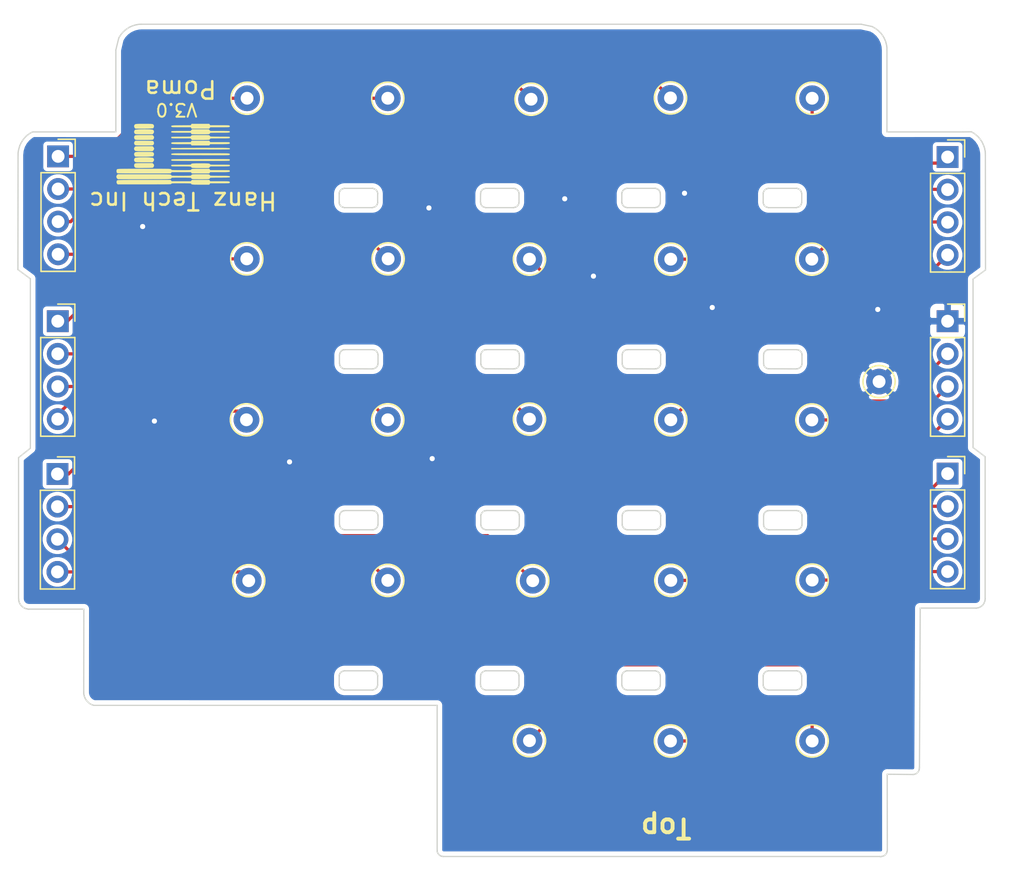
<source format=kicad_pcb>
(kicad_pcb (version 20171130) (host pcbnew 5.1.12-84ad8e8a86~92~ubuntu20.04.1)
  (layers (0 F.Cu signal) (31 B.Cu signal) (34 B.Paste user) (35 F.Paste user) (36 B.SilkS user) (37 F.SilkS user) (38 B.Mask user hide) (39 F.Mask user hide) (44 Edge.Cuts user))
  (net 0 "")
  (net 1 Board_0-/top/GIPO_PATTERN)
  (net 2 Board_0-/top/GND)
  (net 3 Board_0-/top/GPIO_1)
  (net 4 Board_0-/top/GPIO_10)
  (net 5 Board_0-/top/GPIO_11)
  (net 6 Board_0-/top/GPIO_12)
  (net 7 Board_0-/top/GPIO_13)
  (net 8 Board_0-/top/GPIO_14)
  (net 9 Board_0-/top/GPIO_15)
  (net 10 Board_0-/top/GPIO_16)
  (net 11 Board_0-/top/GPIO_2)
  (net 12 Board_0-/top/GPIO_3)
  (net 13 Board_0-/top/GPIO_4)
  (net 14 Board_0-/top/GPIO_5)
  (net 15 Board_0-/top/GPIO_6)
  (net 16 Board_0-/top/GPIO_7)
  (net 17 Board_0-/top/GPIO_8)
  (net 18 Board_0-/top/GPIO_9)
  (net 19 Board_0-/top/GPIO_BPM)
  (net 20 Board_0-/top/GPIO_FX)
  (net 21 Board_0-/top/GPIO_PLAY)
  (net 22 Board_0-/top/GPIO_SOUND)
  (net 23 Board_0-/top/GPIO_SPECIAL)
  (net 24 Board_0-/top/GPIO_WRITE)
  (module Connector_Pin:Pin_D1.0mm_L10.0mm (layer F.Cu) (at 151.01394 86.2816)
    (fp_text reference J28 hide)
    (fp_text value Conn_01x01)
    (pad 1 thru_hole circle (at 0 0) (size 2 2) (drill 1) (layers *.Cu *.Mask) (net 5 Board_0-/top/GPIO_11))
  )
  (module Connector_Pin:Pin_D1.0mm_L10.0mm (layer F.Cu) (at 139.99034 73.7594)
    (fp_text reference J25 hide)
    (fp_text value Conn_01x01)
    (pad 1 thru_hole circle (at 0 0) (size 2 2) (drill 1) (layers *.Cu *.Mask) (net 10 Board_0-/top/GPIO_16))
  )
  (module Connector_Pin:Pin_D1.0mm_L10.0mm (layer F.Cu) (at 129.01754 86.2562)
    (fp_text reference J24 hide)
    (fp_text value Conn_01x01)
    (pad 1 thru_hole circle (at 0 0) (size 2 2) (drill 1) (layers *.Cu *.Mask) (net 21 Board_0-/top/GPIO_PLAY))
  )
  (module Connector_Pin:Pin_D1.0mm_L10.0mm (layer F.Cu) (at 128.99214 98.7784)
    (fp_text reference J23 hide)
    (fp_text value Conn_01x01)
    (pad 1 thru_hole circle (at 0 0) (size 2 2) (drill 1) (layers *.Cu *.Mask) (net 20 Board_0-/top/GPIO_FX))
  )
  (module Connector_Pin:Pin_D1.0mm_L10.0mm (layer F.Cu) (at 139.99034 111.2752)
    (fp_text reference J22 hide)
    (fp_text value Conn_01x01)
    (pad 1 thru_hole circle (at 0 0) (size 2 2) (drill 1) (layers *.Cu *.Mask) (net 13 Board_0-/top/GPIO_4))
  )
  (module Connector_Pin:Pin_D1.0mm_L10.0mm (layer F.Cu) (at 151.01394 123.7466)
    (fp_text reference J21 hide)
    (fp_text value Conn_01x01)
    (pad 1 thru_hole circle (at 0 0) (size 2 2) (drill 1) (layers *.Cu *.Mask) (net 19 Board_0-/top/GPIO_BPM))
  )
  (module Connector_Pin:Pin_D1.0mm_L10.0mm (layer F.Cu) (at 161.98674 123.772)
    (fp_text reference J20 hide)
    (fp_text value Conn_01x01)
    (pad 1 thru_hole circle (at 0 0) (size 2 2) (drill 1) (layers *.Cu *.Mask) (net 1 Board_0-/top/GIPO_PATTERN))
  )
  (module Connector_Pin:Pin_D1.0mm_L10.0mm (layer F.Cu) (at 173.01034 123.772)
    (fp_text reference J19 hide)
    (fp_text value Conn_01x01)
    (pad 1 thru_hole circle (at 0 0) (size 2 2) (drill 1) (layers *.Cu *.Mask) (net 22 Board_0-/top/GPIO_SOUND))
  )
  (module Connector_Pin:Pin_D1.0mm_L10.0mm (layer F.Cu) (at 173.01034 73.7594)
    (fp_text reference J17 hide)
    (fp_text value Conn_01x01)
    (pad 1 thru_hole circle (at 0 0) (size 2 2) (drill 1) (layers *.Cu *.Mask) (net 7 Board_0-/top/GPIO_13))
  )
  (module Connector_Pin:Pin_D1.0mm_L10.0mm (layer F.Cu) (at 161.98674 73.734)
    (fp_text reference J16 hide)
    (fp_text value Conn_01x01)
    (pad 1 thru_hole circle (at 0 0) (size 2 2) (drill 1) (layers *.Cu *.Mask) (net 8 Board_0-/top/GPIO_14))
  )
  (module Connector_Pin:Pin_D1.0mm_L10.0mm (layer F.Cu) (at 129.16994 111.3006 270)
    (fp_text reference J15 hide)
    (fp_text value Conn_01x01)
    (pad 1 thru_hole circle (at 0 0 270) (size 2 2) (drill 1) (layers *.Cu *.Mask) (net 23 Board_0-/top/GPIO_SPECIAL))
  )
  (module Connector_Pin:Pin_D1.0mm_L10.0mm (layer F.Cu) (at 140.01574 86.2562)
    (fp_text reference J14 hide)
    (fp_text value Conn_01x01)
    (pad 1 thru_hole circle (at 0 0) (size 2 2) (drill 1) (layers *.Cu *.Mask) (net 6 Board_0-/top/GPIO_12))
  )
  (module Connector_Pin:Pin_D1.0mm_L10.0mm (layer F.Cu) (at 162.00706 86.2816)
    (fp_text reference J13 hide)
    (fp_text value Conn_01x01)
    (pad 1 thru_hole circle (at 0 0) (size 2 2) (drill 1) (layers *.Cu *.Mask) (net 4 Board_0-/top/GPIO_10))
  )
  (module Connector_Pin:Pin_D1.0mm_L10.0mm (layer F.Cu) (at 172.98494 86.2816)
    (fp_text reference J12 hide)
    (fp_text value Conn_01x01)
    (pad 1 thru_hole circle (at 0 0) (size 2 2) (drill 1) (layers *.Cu *.Mask) (net 18 Board_0-/top/GPIO_9))
  )
  (module Connector_Pin:Pin_D1.0mm_L10.0mm (layer F.Cu) (at 139.99034 98.7784)
    (fp_text reference J11 hide)
    (fp_text value Conn_01x01)
    (pad 1 thru_hole circle (at 0 0) (size 2 2) (drill 1) (layers *.Cu *.Mask) (net 17 Board_0-/top/GPIO_8))
  )
  (module Connector_Pin:Pin_D1.0mm_L10.0mm (layer F.Cu) (at 151.01394 98.7276)
    (fp_text reference J10 hide)
    (fp_text value Conn_01x01)
    (pad 1 thru_hole circle (at 0 0) (size 2 2) (drill 1) (layers *.Cu *.Mask) (net 16 Board_0-/top/GPIO_7))
  )
  (module Connector_Pin:Pin_D1.0mm_L10.0mm (layer F.Cu) (at 162.01214 98.7784)
    (fp_text reference J9 hide)
    (fp_text value Conn_01x01)
    (pad 1 thru_hole circle (at 0 0) (size 2 2) (drill 1) (layers *.Cu *.Mask) (net 15 Board_0-/top/GPIO_6))
  )
  (module Connector_Pin:Pin_D1.0mm_L10.0mm (layer F.Cu) (at 172.98494 98.7911)
    (fp_text reference J8 hide)
    (fp_text value Conn_01x01)
    (pad 1 thru_hole circle (at 0 0) (size 2 2) (drill 1) (layers *.Cu *.Mask) (net 14 Board_0-/top/GPIO_5))
  )
  (module Connector_Pin:Pin_D1.0mm_L10.0mm (layer F.Cu) (at 151.14094 73.8356 270)
    (fp_text reference J7 hide)
    (fp_text value Conn_01x01)
    (pad 1 thru_hole circle (at 0 0 270) (size 2 2) (drill 1) (layers *.Cu *.Mask) (net 9 Board_0-/top/GPIO_15))
  )
  (module Connector_Pin:Pin_D1.0mm_L10.0mm (layer F.Cu) (at 173.01034 111.2498)
    (fp_text reference J6 hide)
    (fp_text value Conn_01x01)
    (pad 1 thru_hole circle (at 0 0) (size 2 2) (drill 1) (layers *.Cu *.Mask) (net 3 Board_0-/top/GPIO_1))
  )
  (module Connector_Pin:Pin_D1.0mm_L10.0mm (layer F.Cu) (at 162.01214 111.2752)
    (fp_text reference J5 hide)
    (fp_text value Conn_01x01)
    (pad 1 thru_hole circle (at 0 0) (size 2 2) (drill 1) (layers *.Cu *.Mask) (net 11 Board_0-/top/GPIO_2))
  )
  (module Connector_Pin:Pin_D1.0mm_L10.0mm (layer F.Cu) (at 151.26794 111.3006 270)
    (fp_text reference J4 hide)
    (fp_text value Conn_01x01)
    (pad 1 thru_hole circle (at 0 0 270) (size 2 2) (drill 1) (layers *.Cu *.Mask) (net 12 Board_0-/top/GPIO_3))
  )
  (module Connector_PinSocket_2.54mm:PinSocket_1x04_P2.54mm_Vertical (layer F.Cu) (at 114.28554 102.9948)
    (fp_text reference J33 hide)
    (fp_text value Conn_01x04_Male)
    (pad 1 thru_hole rect (at 0 0) (size 1.7 1.7) (drill 1) (layers *.Cu *.Mask) (net 20 Board_0-/top/GPIO_FX))
    (pad 2 thru_hole oval (at 0 2.54) (size 1.7 1.7) (drill 1) (layers *.Cu *.Mask) (net 12 Board_0-/top/GPIO_3))
    (pad 3 thru_hole oval (at 0 5.08) (size 1.7 1.7) (drill 1) (layers *.Cu *.Mask) (net 13 Board_0-/top/GPIO_4))
    (pad 4 thru_hole oval (at 0 7.62) (size 1.7 1.7) (drill 1) (layers *.Cu *.Mask) (net 23 Board_0-/top/GPIO_SPECIAL))
  )
  (module Connector_PinSocket_2.54mm:PinSocket_1x04_P2.54mm_Vertical (layer F.Cu) (at 114.33634 78.2806)
    (fp_text reference J32 hide)
    (fp_text value Conn_01x04_Male)
    (pad 4 thru_hole oval (at 0 7.62) (size 1.7 1.7) (drill 1) (layers *.Cu *.Mask) (net 10 Board_0-/top/GPIO_16))
    (pad 3 thru_hole oval (at 0 5.08) (size 1.7 1.7) (drill 1) (layers *.Cu *.Mask) (net 24 Board_0-/top/GPIO_WRITE))
    (pad 2 thru_hole oval (at 0 2.54) (size 1.7 1.7) (drill 1) (layers *.Cu *.Mask) (net 9 Board_0-/top/GPIO_15))
    (pad 1 thru_hole rect (at 0 0) (size 1.7 1.7) (drill 1) (layers *.Cu *.Mask) (net 8 Board_0-/top/GPIO_14))
  )
  (module Connector_PinSocket_2.54mm:PinSocket_1x04_P2.54mm_Vertical (layer F.Cu) (at 183.55134 78.3314)
    (fp_text reference J30 hide)
    (fp_text value Conn_01x04_Male)
    (pad 1 thru_hole rect (at 0 0) (size 1.7 1.7) (drill 1) (layers *.Cu *.Mask) (net 7 Board_0-/top/GPIO_13))
    (pad 2 thru_hole oval (at 0 2.54) (size 1.7 1.7) (drill 1) (layers *.Cu *.Mask) (net 18 Board_0-/top/GPIO_9))
    (pad 3 thru_hole oval (at 0 5.08) (size 1.7 1.7) (drill 1) (layers *.Cu *.Mask) (net 4 Board_0-/top/GPIO_10))
    (pad 4 thru_hole oval (at 0 7.62) (size 1.7 1.7) (drill 1) (layers *.Cu *.Mask) (net 5 Board_0-/top/GPIO_11))
  )
  (module Connector_PinSocket_2.54mm:PinSocket_1x04_P2.54mm_Vertical (layer F.Cu) (at 114.31094 91.1076)
    (fp_text reference J29 hide)
    (fp_text value Conn_01x04_Male)
    (pad 1 thru_hole rect (at 0 0) (size 1.7 1.7) (drill 1) (layers *.Cu *.Mask) (net 6 Board_0-/top/GPIO_12))
    (pad 2 thru_hole oval (at 0 2.54) (size 1.7 1.7) (drill 1) (layers *.Cu *.Mask) (net 21 Board_0-/top/GPIO_PLAY))
    (pad 3 thru_hole oval (at 0 5.08) (size 1.7 1.7) (drill 1) (layers *.Cu *.Mask) (net 16 Board_0-/top/GPIO_7))
    (pad 4 thru_hole oval (at 0 7.62) (size 1.7 1.7) (drill 1) (layers *.Cu *.Mask) (net 17 Board_0-/top/GPIO_8))
  )
  (module Connector_PinSocket_2.54mm:PinSocket_1x04_P2.54mm_Vertical (layer F.Cu) (at 183.55134 91.1076)
    (fp_text reference J27 hide)
    (fp_text value Conn_01x04_Male)
    (pad 4 thru_hole oval (at 0 7.62) (size 1.7 1.7) (drill 1) (layers *.Cu *.Mask) (net 11 Board_0-/top/GPIO_2))
    (pad 3 thru_hole oval (at 0 5.08) (size 1.7 1.7) (drill 1) (layers *.Cu *.Mask) (net 14 Board_0-/top/GPIO_5))
    (pad 2 thru_hole oval (at 0 2.54) (size 1.7 1.7) (drill 1) (layers *.Cu *.Mask) (net 15 Board_0-/top/GPIO_6))
    (pad 1 thru_hole rect (at 0 0) (size 1.7 1.7) (drill 1) (layers *.Cu *.Mask) (net 2 Board_0-/top/GND))
  )
  (module Connector_PinSocket_2.54mm:PinSocket_1x04_P2.54mm_Vertical (layer F.Cu) (at 183.55134 102.9694)
    (fp_text reference J26 hide)
    (fp_text value Conn_01x04_Male)
    (pad 1 thru_hole rect (at 0 0) (size 1.7 1.7) (drill 1) (layers *.Cu *.Mask) (net 3 Board_0-/top/GPIO_1))
    (pad 2 thru_hole oval (at 0 2.54) (size 1.7 1.7) (drill 1) (layers *.Cu *.Mask) (net 19 Board_0-/top/GPIO_BPM))
    (pad 3 thru_hole oval (at 0 5.08) (size 1.7 1.7) (drill 1) (layers *.Cu *.Mask) (net 1 Board_0-/top/GIPO_PATTERN))
    (pad 4 thru_hole oval (at 0 7.62) (size 1.7 1.7) (drill 1) (layers *.Cu *.Mask) (net 22 Board_0-/top/GPIO_SOUND))
  )
  (module Connector_Pin:Pin_D1.0mm_L10.0mm (layer F.Cu) (at 178.21734 95.8066)
    (fp_text reference J31 hide)
    (fp_text value Conn_01x01)
    (pad 1 thru_hole circle (at 0 0) (size 2 2) (drill 1) (layers *.Cu *.Mask) (net 2 Board_0-/top/GND))
  )
  (module Connector_Pin:Pin_D1.0mm_L10.0mm (layer F.Cu) (at 129.04294 73.7594)
    (fp_text reference J18 hide)
    (fp_text value Conn_01x01)
    (pad 1 thru_hole circle (at 0 0) (size 2 2) (drill 1) (layers *.Cu *.Mask) (net 24 Board_0-/top/GPIO_WRITE))
  )
  (module logo:B.SilkS_g842 (layer F.Cu) (at 123.0524 79.25 180)
    (fp_text reference G*** hide)
    (fp_text value LOGO hide)
  )
  (gr_line (start 136.61 119.81) (end 138.79 119.81) (layer Edge.Cuts) (width 0.1))
  (gr_line (start 136.57 119.8) (end 136.61 119.81) (layer Edge.Cuts) (width 0.1))
  (gr_line (start 136.53 119.79) (end 136.57 119.8) (layer Edge.Cuts) (width 0.1))
  (gr_line (start 136.49 119.78) (end 136.53 119.79) (layer Edge.Cuts) (width 0.1))
  (gr_line (start 136.45 119.76) (end 136.49 119.78) (layer Edge.Cuts) (width 0.1))
  (gr_line (start 136.41 119.74) (end 136.45 119.76) (layer Edge.Cuts) (width 0.1))
  (gr_line (start 136.37 119.72) (end 136.41 119.74) (layer Edge.Cuts) (width 0.1))
  (gr_line (start 136.36 119.7) (end 136.37 119.72) (layer Edge.Cuts) (width 0.1))
  (gr_line (start 136.34 119.69) (end 136.36 119.7) (layer Edge.Cuts) (width 0.1))
  (gr_line (start 136.31 119.66) (end 136.34 119.69) (layer Edge.Cuts) (width 0.1))
  (gr_line (start 136.28 119.62) (end 136.31 119.66) (layer Edge.Cuts) (width 0.1))
  (gr_line (start 136.26 119.59) (end 136.28 119.62) (layer Edge.Cuts) (width 0.1))
  (gr_line (start 136.24 119.55) (end 136.26 119.59) (layer Edge.Cuts) (width 0.1))
  (gr_line (start 136.23 119.53) (end 136.24 119.55) (layer Edge.Cuts) (width 0.1))
  (gr_line (start 136.22 119.49) (end 136.23 119.53) (layer Edge.Cuts) (width 0.1))
  (gr_line (start 136.21 119.44) (end 136.22 119.49) (layer Edge.Cuts) (width 0.1))
  (gr_line (start 136.21 119.4) (end 136.21 119.44) (layer Edge.Cuts) (width 0.1))
  (gr_line (start 136.21 119.38) (end 136.21 119.4) (layer Edge.Cuts) (width 0.1))
  (gr_line (start 136.21 118.72) (end 136.21 119.38) (layer Edge.Cuts) (width 0.1))
  (gr_line (start 136.21 118.67) (end 136.21 118.72) (layer Edge.Cuts) (width 0.1))
  (gr_line (start 136.22 118.63) (end 136.21 118.67) (layer Edge.Cuts) (width 0.1))
  (gr_line (start 136.23 118.59) (end 136.22 118.63) (layer Edge.Cuts) (width 0.1))
  (gr_line (start 136.25 118.55) (end 136.23 118.59) (layer Edge.Cuts) (width 0.1))
  (gr_line (start 136.27 118.51) (end 136.25 118.55) (layer Edge.Cuts) (width 0.1))
  (gr_line (start 136.3 118.48) (end 136.27 118.51) (layer Edge.Cuts) (width 0.1))
  (gr_line (start 136.31 118.46) (end 136.3 118.48) (layer Edge.Cuts) (width 0.1))
  (gr_line (start 136.33 118.44) (end 136.31 118.46) (layer Edge.Cuts) (width 0.1))
  (gr_line (start 136.36 118.41) (end 136.33 118.44) (layer Edge.Cuts) (width 0.1))
  (gr_line (start 136.38 118.4) (end 136.36 118.41) (layer Edge.Cuts) (width 0.1))
  (gr_line (start 136.41 118.38) (end 136.38 118.4) (layer Edge.Cuts) (width 0.1))
  (gr_line (start 136.43 118.37) (end 136.41 118.38) (layer Edge.Cuts) (width 0.1))
  (gr_line (start 136.47 118.35) (end 136.43 118.37) (layer Edge.Cuts) (width 0.1))
  (gr_line (start 136.51 118.33) (end 136.47 118.35) (layer Edge.Cuts) (width 0.1))
  (gr_line (start 136.53 118.33) (end 136.51 118.33) (layer Edge.Cuts) (width 0.1))
  (gr_line (start 136.57 118.32) (end 136.53 118.33) (layer Edge.Cuts) (width 0.1))
  (gr_line (start 136.62 118.31) (end 136.57 118.32) (layer Edge.Cuts) (width 0.1))
  (gr_line (start 136.64 118.31) (end 136.62 118.31) (layer Edge.Cuts) (width 0.1))
  (gr_line (start 138.8 118.31) (end 136.64 118.31) (layer Edge.Cuts) (width 0.1))
  (gr_line (start 138.84 118.32) (end 138.8 118.31) (layer Edge.Cuts) (width 0.1))
  (gr_line (start 138.88 118.33) (end 138.84 118.32) (layer Edge.Cuts) (width 0.1))
  (gr_line (start 138.92 118.34) (end 138.88 118.33) (layer Edge.Cuts) (width 0.1))
  (gr_line (start 138.96 118.36) (end 138.92 118.34) (layer Edge.Cuts) (width 0.1))
  (gr_line (start 139 118.38) (end 138.96 118.36) (layer Edge.Cuts) (width 0.1))
  (gr_line (start 139.04 118.4) (end 139 118.38) (layer Edge.Cuts) (width 0.1))
  (gr_line (start 139.05 118.42) (end 139.04 118.4) (layer Edge.Cuts) (width 0.1))
  (gr_line (start 139.08 118.45) (end 139.05 118.42) (layer Edge.Cuts) (width 0.1))
  (gr_line (start 139.11 118.48) (end 139.08 118.45) (layer Edge.Cuts) (width 0.1))
  (gr_line (start 139.14 118.52) (end 139.11 118.48) (layer Edge.Cuts) (width 0.1))
  (gr_line (start 139.16 118.55) (end 139.14 118.52) (layer Edge.Cuts) (width 0.1))
  (gr_line (start 139.18 118.59) (end 139.16 118.55) (layer Edge.Cuts) (width 0.1))
  (gr_line (start 139.19 118.63) (end 139.18 118.59) (layer Edge.Cuts) (width 0.1))
  (gr_line (start 139.19 118.66) (end 139.19 118.63) (layer Edge.Cuts) (width 0.1))
  (gr_line (start 139.2 118.68) (end 139.19 118.66) (layer Edge.Cuts) (width 0.1))
  (gr_line (start 139.2 118.72) (end 139.2 118.68) (layer Edge.Cuts) (width 0.1))
  (gr_line (start 139.2 118.74) (end 139.2 118.72) (layer Edge.Cuts) (width 0.1))
  (gr_line (start 139.2 119.4) (end 139.2 118.74) (layer Edge.Cuts) (width 0.1))
  (gr_line (start 139.2 119.42) (end 139.2 119.4) (layer Edge.Cuts) (width 0.1))
  (gr_line (start 139.19 119.47) (end 139.2 119.42) (layer Edge.Cuts) (width 0.1))
  (gr_line (start 139.18 119.51) (end 139.19 119.47) (layer Edge.Cuts) (width 0.1))
  (gr_line (start 139.17 119.53) (end 139.18 119.51) (layer Edge.Cuts) (width 0.1))
  (gr_line (start 139.16 119.57) (end 139.17 119.53) (layer Edge.Cuts) (width 0.1))
  (gr_line (start 139.14 119.61) (end 139.16 119.57) (layer Edge.Cuts) (width 0.1))
  (gr_line (start 139.11 119.64) (end 139.14 119.61) (layer Edge.Cuts) (width 0.1))
  (gr_line (start 139.1 119.66) (end 139.11 119.64) (layer Edge.Cuts) (width 0.1))
  (gr_line (start 139.07 119.69) (end 139.1 119.66) (layer Edge.Cuts) (width 0.1))
  (gr_line (start 139.03 119.72) (end 139.07 119.69) (layer Edge.Cuts) (width 0.1))
  (gr_line (start 139 119.74) (end 139.03 119.72) (layer Edge.Cuts) (width 0.1))
  (gr_line (start 138.98 119.76) (end 139 119.74) (layer Edge.Cuts) (width 0.1))
  (gr_line (start 138.94 119.77) (end 138.98 119.76) (layer Edge.Cuts) (width 0.1))
  (gr_line (start 138.9 119.79) (end 138.94 119.77) (layer Edge.Cuts) (width 0.1))
  (gr_line (start 138.86 119.8) (end 138.9 119.79) (layer Edge.Cuts) (width 0.1))
  (gr_line (start 138.81 119.81) (end 138.86 119.8) (layer Edge.Cuts) (width 0.1))
  (gr_line (start 138.79 119.81) (end 138.81 119.81) (layer Edge.Cuts) (width 0.1))
  (gr_line (start 136.21 81.84) (end 136.21 81.86) (layer Edge.Cuts) (width 0.1))
  (gr_line (start 136.21 81.18) (end 136.21 81.84) (layer Edge.Cuts) (width 0.1))
  (gr_line (start 136.21 81.13) (end 136.21 81.18) (layer Edge.Cuts) (width 0.1))
  (gr_line (start 136.22 81.11) (end 136.21 81.13) (layer Edge.Cuts) (width 0.1))
  (gr_line (start 136.23 81.07) (end 136.22 81.11) (layer Edge.Cuts) (width 0.1))
  (gr_line (start 136.23 81.05) (end 136.23 81.07) (layer Edge.Cuts) (width 0.1))
  (gr_line (start 136.25 81.01) (end 136.23 81.05) (layer Edge.Cuts) (width 0.1))
  (gr_line (start 136.27 80.97) (end 136.25 81.01) (layer Edge.Cuts) (width 0.1))
  (gr_line (start 136.3 80.94) (end 136.27 80.97) (layer Edge.Cuts) (width 0.1))
  (gr_line (start 136.31 80.92) (end 136.3 80.94) (layer Edge.Cuts) (width 0.1))
  (gr_line (start 136.34 80.89) (end 136.31 80.92) (layer Edge.Cuts) (width 0.1))
  (gr_line (start 136.38 80.86) (end 136.34 80.89) (layer Edge.Cuts) (width 0.1))
  (gr_line (start 136.41 80.84) (end 136.38 80.86) (layer Edge.Cuts) (width 0.1))
  (gr_line (start 136.43 80.82) (end 136.41 80.84) (layer Edge.Cuts) (width 0.1))
  (gr_line (start 136.47 80.81) (end 136.43 80.82) (layer Edge.Cuts) (width 0.1))
  (gr_line (start 136.49 80.8) (end 136.47 80.81) (layer Edge.Cuts) (width 0.1))
  (gr_line (start 136.53 80.78) (end 136.49 80.8) (layer Edge.Cuts) (width 0.1))
  (gr_line (start 136.57 80.78) (end 136.53 80.78) (layer Edge.Cuts) (width 0.1))
  (gr_line (start 136.59 80.77) (end 136.57 80.78) (layer Edge.Cuts) (width 0.1))
  (gr_line (start 136.64 80.77) (end 136.59 80.77) (layer Edge.Cuts) (width 0.1))
  (gr_line (start 138.8 80.77) (end 136.64 80.77) (layer Edge.Cuts) (width 0.1))
  (gr_line (start 138.82 80.77) (end 138.8 80.77) (layer Edge.Cuts) (width 0.1))
  (gr_line (start 138.86 80.78) (end 138.82 80.77) (layer Edge.Cuts) (width 0.1))
  (gr_line (start 138.88 80.78) (end 138.86 80.78) (layer Edge.Cuts) (width 0.1))
  (gr_line (start 138.92 80.8) (end 138.88 80.78) (layer Edge.Cuts) (width 0.1))
  (gr_line (start 138.94 80.81) (end 138.92 80.8) (layer Edge.Cuts) (width 0.1))
  (gr_line (start 138.98 80.83) (end 138.94 80.81) (layer Edge.Cuts) (width 0.1))
  (gr_line (start 139 80.84) (end 138.98 80.83) (layer Edge.Cuts) (width 0.1))
  (gr_line (start 139.04 80.86) (end 139 80.84) (layer Edge.Cuts) (width 0.1))
  (gr_line (start 139.05 80.88) (end 139.04 80.86) (layer Edge.Cuts) (width 0.1))
  (gr_line (start 139.07 80.89) (end 139.05 80.88) (layer Edge.Cuts) (width 0.1))
  (gr_line (start 139.1 80.92) (end 139.07 80.89) (layer Edge.Cuts) (width 0.1))
  (gr_line (start 139.13 80.96) (end 139.1 80.92) (layer Edge.Cuts) (width 0.1))
  (gr_line (start 139.14 80.97) (end 139.13 80.96) (layer Edge.Cuts) (width 0.1))
  (gr_line (start 139.15 80.99) (end 139.14 80.97) (layer Edge.Cuts) (width 0.1))
  (gr_line (start 139.17 81.03) (end 139.15 80.99) (layer Edge.Cuts) (width 0.1))
  (gr_line (start 139.18 81.05) (end 139.17 81.03) (layer Edge.Cuts) (width 0.1))
  (gr_line (start 139.19 81.09) (end 139.18 81.05) (layer Edge.Cuts) (width 0.1))
  (gr_line (start 139.2 81.14) (end 139.19 81.09) (layer Edge.Cuts) (width 0.1))
  (gr_line (start 139.2 81.18) (end 139.2 81.14) (layer Edge.Cuts) (width 0.1))
  (gr_line (start 139.2 81.2) (end 139.2 81.18) (layer Edge.Cuts) (width 0.1))
  (gr_line (start 139.2 81.86) (end 139.2 81.2) (layer Edge.Cuts) (width 0.1))
  (gr_line (start 139.2 81.91) (end 139.2 81.86) (layer Edge.Cuts) (width 0.1))
  (gr_line (start 139.19 81.95) (end 139.2 81.91) (layer Edge.Cuts) (width 0.1))
  (gr_line (start 139.17 81.99) (end 139.19 81.95) (layer Edge.Cuts) (width 0.1))
  (gr_line (start 139.16 82.03) (end 139.17 81.99) (layer Edge.Cuts) (width 0.1))
  (gr_line (start 139.15 82.05) (end 139.16 82.03) (layer Edge.Cuts) (width 0.1))
  (gr_line (start 139.14 82.07) (end 139.15 82.05) (layer Edge.Cuts) (width 0.1))
  (gr_line (start 139.11 82.1) (end 139.14 82.07) (layer Edge.Cuts) (width 0.1))
  (gr_line (start 139.1 82.12) (end 139.11 82.1) (layer Edge.Cuts) (width 0.1))
  (gr_line (start 139.07 82.15) (end 139.1 82.12) (layer Edge.Cuts) (width 0.1))
  (gr_line (start 139.03 82.18) (end 139.07 82.15) (layer Edge.Cuts) (width 0.1))
  (gr_line (start 139 82.2) (end 139.03 82.18) (layer Edge.Cuts) (width 0.1))
  (gr_line (start 138.98 82.21) (end 139 82.2) (layer Edge.Cuts) (width 0.1))
  (gr_line (start 138.94 82.23) (end 138.98 82.21) (layer Edge.Cuts) (width 0.1))
  (gr_line (start 138.92 82.24) (end 138.94 82.23) (layer Edge.Cuts) (width 0.1))
  (gr_line (start 138.88 82.25) (end 138.92 82.24) (layer Edge.Cuts) (width 0.1))
  (gr_line (start 138.84 82.26) (end 138.88 82.25) (layer Edge.Cuts) (width 0.1))
  (gr_line (start 138.77 82.27) (end 138.84 82.26) (layer Edge.Cuts) (width 0.1))
  (gr_line (start 136.61 82.27) (end 138.77 82.27) (layer Edge.Cuts) (width 0.1))
  (gr_line (start 136.57 82.26) (end 136.61 82.27) (layer Edge.Cuts) (width 0.1))
  (gr_line (start 136.53 82.25) (end 136.57 82.26) (layer Edge.Cuts) (width 0.1))
  (gr_line (start 136.49 82.24) (end 136.53 82.25) (layer Edge.Cuts) (width 0.1))
  (gr_line (start 136.47 82.23) (end 136.49 82.24) (layer Edge.Cuts) (width 0.1))
  (gr_line (start 136.43 82.21) (end 136.47 82.23) (layer Edge.Cuts) (width 0.1))
  (gr_line (start 136.41 82.2) (end 136.43 82.21) (layer Edge.Cuts) (width 0.1))
  (gr_line (start 136.37 82.18) (end 136.41 82.2) (layer Edge.Cuts) (width 0.1))
  (gr_line (start 136.36 82.16) (end 136.37 82.18) (layer Edge.Cuts) (width 0.1))
  (gr_line (start 136.32 82.13) (end 136.36 82.16) (layer Edge.Cuts) (width 0.1))
  (gr_line (start 136.31 82.12) (end 136.32 82.13) (layer Edge.Cuts) (width 0.1))
  (gr_line (start 136.28 82.08) (end 136.31 82.12) (layer Edge.Cuts) (width 0.1))
  (gr_line (start 136.26 82.04) (end 136.28 82.08) (layer Edge.Cuts) (width 0.1))
  (gr_line (start 136.24 82.01) (end 136.26 82.04) (layer Edge.Cuts) (width 0.1))
  (gr_line (start 136.23 81.99) (end 136.24 82.01) (layer Edge.Cuts) (width 0.1))
  (gr_line (start 136.22 81.94) (end 136.23 81.99) (layer Edge.Cuts) (width 0.1))
  (gr_line (start 136.21 81.9) (end 136.22 81.94) (layer Edge.Cuts) (width 0.1))
  (gr_line (start 136.21 81.86) (end 136.21 81.9) (layer Edge.Cuts) (width 0.1))
  (gr_line (start 138.8 107.34) (end 138.82 107.34) (layer Edge.Cuts) (width 0.1))
  (gr_line (start 136.64 107.34) (end 138.8 107.34) (layer Edge.Cuts) (width 0.1))
  (gr_line (start 136.59 107.33) (end 136.64 107.34) (layer Edge.Cuts) (width 0.1))
  (gr_line (start 136.55 107.32) (end 136.59 107.33) (layer Edge.Cuts) (width 0.1))
  (gr_line (start 136.51 107.31) (end 136.55 107.32) (layer Edge.Cuts) (width 0.1))
  (gr_line (start 136.47 107.29) (end 136.51 107.31) (layer Edge.Cuts) (width 0.1))
  (gr_line (start 136.43 107.27) (end 136.47 107.29) (layer Edge.Cuts) (width 0.1))
  (gr_line (start 136.4 107.25) (end 136.43 107.27) (layer Edge.Cuts) (width 0.1))
  (gr_line (start 136.38 107.23) (end 136.4 107.25) (layer Edge.Cuts) (width 0.1))
  (gr_line (start 136.36 107.22) (end 136.38 107.23) (layer Edge.Cuts) (width 0.1))
  (gr_line (start 136.34 107.19) (end 136.36 107.22) (layer Edge.Cuts) (width 0.1))
  (gr_line (start 136.31 107.15) (end 136.34 107.19) (layer Edge.Cuts) (width 0.1))
  (gr_line (start 136.29 107.11) (end 136.31 107.15) (layer Edge.Cuts) (width 0.1))
  (gr_line (start 136.27 107.08) (end 136.29 107.11) (layer Edge.Cuts) (width 0.1))
  (gr_line (start 136.26 107.06) (end 136.27 107.08) (layer Edge.Cuts) (width 0.1))
  (gr_line (start 136.25 107.01) (end 136.26 107.06) (layer Edge.Cuts) (width 0.1))
  (gr_line (start 136.24 106.97) (end 136.25 107.01) (layer Edge.Cuts) (width 0.1))
  (gr_line (start 136.23 106.91) (end 136.24 106.97) (layer Edge.Cuts) (width 0.1))
  (gr_line (start 136.23 106.25) (end 136.23 106.91) (layer Edge.Cuts) (width 0.1))
  (gr_line (start 136.24 106.2) (end 136.23 106.25) (layer Edge.Cuts) (width 0.1))
  (gr_line (start 136.25 106.16) (end 136.24 106.2) (layer Edge.Cuts) (width 0.1))
  (gr_line (start 136.26 106.12) (end 136.25 106.16) (layer Edge.Cuts) (width 0.1))
  (gr_line (start 136.28 106.08) (end 136.26 106.12) (layer Edge.Cuts) (width 0.1))
  (gr_line (start 136.3 106.04) (end 136.28 106.08) (layer Edge.Cuts) (width 0.1))
  (gr_line (start 136.32 106.01) (end 136.3 106.04) (layer Edge.Cuts) (width 0.1))
  (gr_line (start 136.34 105.99) (end 136.32 106.01) (layer Edge.Cuts) (width 0.1))
  (gr_line (start 136.35 105.97) (end 136.34 105.99) (layer Edge.Cuts) (width 0.1))
  (gr_line (start 136.38 105.94) (end 136.35 105.97) (layer Edge.Cuts) (width 0.1))
  (gr_line (start 136.42 105.92) (end 136.38 105.94) (layer Edge.Cuts) (width 0.1))
  (gr_line (start 136.45 105.89) (end 136.42 105.92) (layer Edge.Cuts) (width 0.1))
  (gr_line (start 136.49 105.88) (end 136.45 105.89) (layer Edge.Cuts) (width 0.1))
  (gr_line (start 136.51 105.87) (end 136.49 105.88) (layer Edge.Cuts) (width 0.1))
  (gr_line (start 136.56 105.85) (end 136.51 105.87) (layer Edge.Cuts) (width 0.1))
  (gr_line (start 136.58 105.85) (end 136.56 105.85) (layer Edge.Cuts) (width 0.1))
  (gr_line (start 136.6 105.85) (end 136.58 105.85) (layer Edge.Cuts) (width 0.1))
  (gr_line (start 136.64 105.84) (end 136.6 105.85) (layer Edge.Cuts) (width 0.1))
  (gr_line (start 138.82 105.84) (end 136.64 105.84) (layer Edge.Cuts) (width 0.1))
  (gr_line (start 138.87 105.85) (end 138.82 105.84) (layer Edge.Cuts) (width 0.1))
  (gr_line (start 138.91 105.85) (end 138.87 105.85) (layer Edge.Cuts) (width 0.1))
  (gr_line (start 138.95 105.87) (end 138.91 105.85) (layer Edge.Cuts) (width 0.1))
  (gr_line (start 138.99 105.89) (end 138.95 105.87) (layer Edge.Cuts) (width 0.1))
  (gr_line (start 139.03 105.91) (end 138.99 105.89) (layer Edge.Cuts) (width 0.1))
  (gr_line (start 139.06 105.93) (end 139.03 105.91) (layer Edge.Cuts) (width 0.1))
  (gr_line (start 139.08 105.95) (end 139.06 105.93) (layer Edge.Cuts) (width 0.1))
  (gr_line (start 139.11 105.98) (end 139.08 105.95) (layer Edge.Cuts) (width 0.1))
  (gr_line (start 139.14 106.01) (end 139.11 105.98) (layer Edge.Cuts) (width 0.1))
  (gr_line (start 139.16 106.04) (end 139.14 106.01) (layer Edge.Cuts) (width 0.1))
  (gr_line (start 139.18 106.08) (end 139.16 106.04) (layer Edge.Cuts) (width 0.1))
  (gr_line (start 139.2 106.12) (end 139.18 106.08) (layer Edge.Cuts) (width 0.1))
  (gr_line (start 139.21 106.16) (end 139.2 106.12) (layer Edge.Cuts) (width 0.1))
  (gr_line (start 139.22 106.18) (end 139.21 106.16) (layer Edge.Cuts) (width 0.1))
  (gr_line (start 139.23 106.23) (end 139.22 106.18) (layer Edge.Cuts) (width 0.1))
  (gr_line (start 139.23 106.27) (end 139.23 106.23) (layer Edge.Cuts) (width 0.1))
  (gr_line (start 139.23 106.93) (end 139.23 106.27) (layer Edge.Cuts) (width 0.1))
  (gr_line (start 139.22 106.95) (end 139.23 106.93) (layer Edge.Cuts) (width 0.1))
  (gr_line (start 139.22 107) (end 139.22 106.95) (layer Edge.Cuts) (width 0.1))
  (gr_line (start 139.21 107.04) (end 139.22 107) (layer Edge.Cuts) (width 0.1))
  (gr_line (start 139.2 107.06) (end 139.21 107.04) (layer Edge.Cuts) (width 0.1))
  (gr_line (start 139.18 107.1) (end 139.2 107.06) (layer Edge.Cuts) (width 0.1))
  (gr_line (start 139.16 107.14) (end 139.18 107.1) (layer Edge.Cuts) (width 0.1))
  (gr_line (start 139.14 107.17) (end 139.16 107.14) (layer Edge.Cuts) (width 0.1))
  (gr_line (start 139.12 107.19) (end 139.14 107.17) (layer Edge.Cuts) (width 0.1))
  (gr_line (start 139.09 107.22) (end 139.12 107.19) (layer Edge.Cuts) (width 0.1))
  (gr_line (start 139.06 107.25) (end 139.09 107.22) (layer Edge.Cuts) (width 0.1))
  (gr_line (start 139.02 107.27) (end 139.06 107.25) (layer Edge.Cuts) (width 0.1))
  (gr_line (start 139 107.28) (end 139.02 107.27) (layer Edge.Cuts) (width 0.1))
  (gr_line (start 138.97 107.3) (end 139 107.28) (layer Edge.Cuts) (width 0.1))
  (gr_line (start 138.92 107.32) (end 138.97 107.3) (layer Edge.Cuts) (width 0.1))
  (gr_line (start 138.88 107.33) (end 138.92 107.32) (layer Edge.Cuts) (width 0.1))
  (gr_line (start 138.84 107.34) (end 138.88 107.33) (layer Edge.Cuts) (width 0.1))
  (gr_line (start 138.82 107.34) (end 138.84 107.34) (layer Edge.Cuts) (width 0.1))
  (gr_line (start 138.8 94.82) (end 138.82 94.81) (layer Edge.Cuts) (width 0.1))
  (gr_line (start 136.64 94.81) (end 138.8 94.82) (layer Edge.Cuts) (width 0.1))
  (gr_line (start 136.59 94.81) (end 136.64 94.81) (layer Edge.Cuts) (width 0.1))
  (gr_line (start 136.55 94.8) (end 136.59 94.81) (layer Edge.Cuts) (width 0.1))
  (gr_line (start 136.51 94.79) (end 136.55 94.8) (layer Edge.Cuts) (width 0.1))
  (gr_line (start 136.47 94.77) (end 136.51 94.79) (layer Edge.Cuts) (width 0.1))
  (gr_line (start 136.43 94.75) (end 136.47 94.77) (layer Edge.Cuts) (width 0.1))
  (gr_line (start 136.4 94.72) (end 136.43 94.75) (layer Edge.Cuts) (width 0.1))
  (gr_line (start 136.38 94.71) (end 136.4 94.72) (layer Edge.Cuts) (width 0.1))
  (gr_line (start 136.36 94.7) (end 136.38 94.71) (layer Edge.Cuts) (width 0.1))
  (gr_line (start 136.34 94.66) (end 136.36 94.7) (layer Edge.Cuts) (width 0.1))
  (gr_line (start 136.31 94.63) (end 136.34 94.66) (layer Edge.Cuts) (width 0.1))
  (gr_line (start 136.29 94.59) (end 136.31 94.63) (layer Edge.Cuts) (width 0.1))
  (gr_line (start 136.27 94.55) (end 136.29 94.59) (layer Edge.Cuts) (width 0.1))
  (gr_line (start 136.26 94.53) (end 136.27 94.55) (layer Edge.Cuts) (width 0.1))
  (gr_line (start 136.25 94.49) (end 136.26 94.53) (layer Edge.Cuts) (width 0.1))
  (gr_line (start 136.24 94.45) (end 136.25 94.49) (layer Edge.Cuts) (width 0.1))
  (gr_line (start 136.23 94.38) (end 136.24 94.45) (layer Edge.Cuts) (width 0.1))
  (gr_line (start 136.23 93.72) (end 136.23 94.38) (layer Edge.Cuts) (width 0.1))
  (gr_line (start 136.24 93.68) (end 136.23 93.72) (layer Edge.Cuts) (width 0.1))
  (gr_line (start 136.25 93.64) (end 136.24 93.68) (layer Edge.Cuts) (width 0.1))
  (gr_line (start 136.26 93.6) (end 136.25 93.64) (layer Edge.Cuts) (width 0.1))
  (gr_line (start 136.28 93.56) (end 136.26 93.6) (layer Edge.Cuts) (width 0.1))
  (gr_line (start 136.3 93.52) (end 136.28 93.56) (layer Edge.Cuts) (width 0.1))
  (gr_line (start 136.32 93.48) (end 136.3 93.52) (layer Edge.Cuts) (width 0.1))
  (gr_line (start 136.34 93.47) (end 136.32 93.48) (layer Edge.Cuts) (width 0.1))
  (gr_line (start 136.35 93.45) (end 136.34 93.47) (layer Edge.Cuts) (width 0.1))
  (gr_line (start 136.38 93.42) (end 136.35 93.45) (layer Edge.Cuts) (width 0.1))
  (gr_line (start 136.42 93.39) (end 136.38 93.42) (layer Edge.Cuts) (width 0.1))
  (gr_line (start 136.45 93.37) (end 136.42 93.39) (layer Edge.Cuts) (width 0.1))
  (gr_line (start 136.49 93.35) (end 136.45 93.37) (layer Edge.Cuts) (width 0.1))
  (gr_line (start 136.51 93.34) (end 136.49 93.35) (layer Edge.Cuts) (width 0.1))
  (gr_line (start 136.56 93.33) (end 136.51 93.34) (layer Edge.Cuts) (width 0.1))
  (gr_line (start 136.58 93.33) (end 136.56 93.33) (layer Edge.Cuts) (width 0.1))
  (gr_line (start 136.6 93.32) (end 136.58 93.33) (layer Edge.Cuts) (width 0.1))
  (gr_line (start 136.64 93.32) (end 136.6 93.32) (layer Edge.Cuts) (width 0.1))
  (gr_line (start 136.66 93.32) (end 136.64 93.32) (layer Edge.Cuts) (width 0.1))
  (gr_line (start 138.82 93.32) (end 136.66 93.32) (layer Edge.Cuts) (width 0.1))
  (gr_line (start 138.87 93.32) (end 138.82 93.32) (layer Edge.Cuts) (width 0.1))
  (gr_line (start 138.91 93.33) (end 138.87 93.32) (layer Edge.Cuts) (width 0.1))
  (gr_line (start 138.95 93.35) (end 138.91 93.33) (layer Edge.Cuts) (width 0.1))
  (gr_line (start 138.99 93.36) (end 138.95 93.35) (layer Edge.Cuts) (width 0.1))
  (gr_line (start 139.03 93.38) (end 138.99 93.36) (layer Edge.Cuts) (width 0.1))
  (gr_line (start 139.06 93.41) (end 139.03 93.38) (layer Edge.Cuts) (width 0.1))
  (gr_line (start 139.08 93.42) (end 139.06 93.41) (layer Edge.Cuts) (width 0.1))
  (gr_line (start 139.11 93.45) (end 139.08 93.42) (layer Edge.Cuts) (width 0.1))
  (gr_line (start 139.14 93.49) (end 139.11 93.45) (layer Edge.Cuts) (width 0.1))
  (gr_line (start 139.16 93.52) (end 139.14 93.49) (layer Edge.Cuts) (width 0.1))
  (gr_line (start 139.18 93.56) (end 139.16 93.52) (layer Edge.Cuts) (width 0.1))
  (gr_line (start 139.2 93.6) (end 139.18 93.56) (layer Edge.Cuts) (width 0.1))
  (gr_line (start 139.21 93.64) (end 139.2 93.6) (layer Edge.Cuts) (width 0.1))
  (gr_line (start 139.22 93.66) (end 139.21 93.64) (layer Edge.Cuts) (width 0.1))
  (gr_line (start 139.23 93.71) (end 139.22 93.66) (layer Edge.Cuts) (width 0.1))
  (gr_line (start 139.23 93.75) (end 139.23 93.71) (layer Edge.Cuts) (width 0.1))
  (gr_line (start 139.23 94.41) (end 139.23 93.75) (layer Edge.Cuts) (width 0.1))
  (gr_line (start 139.22 94.43) (end 139.23 94.41) (layer Edge.Cuts) (width 0.1))
  (gr_line (start 139.22 94.47) (end 139.22 94.43) (layer Edge.Cuts) (width 0.1))
  (gr_line (start 139.21 94.52) (end 139.22 94.47) (layer Edge.Cuts) (width 0.1))
  (gr_line (start 139.2 94.54) (end 139.21 94.52) (layer Edge.Cuts) (width 0.1))
  (gr_line (start 139.18 94.58) (end 139.2 94.54) (layer Edge.Cuts) (width 0.1))
  (gr_line (start 139.16 94.61) (end 139.18 94.58) (layer Edge.Cuts) (width 0.1))
  (gr_line (start 139.14 94.65) (end 139.16 94.61) (layer Edge.Cuts) (width 0.1))
  (gr_line (start 139.12 94.67) (end 139.14 94.65) (layer Edge.Cuts) (width 0.1))
  (gr_line (start 139.09 94.7) (end 139.12 94.67) (layer Edge.Cuts) (width 0.1))
  (gr_line (start 139.06 94.73) (end 139.09 94.7) (layer Edge.Cuts) (width 0.1))
  (gr_line (start 139.02 94.75) (end 139.06 94.73) (layer Edge.Cuts) (width 0.1))
  (gr_line (start 139 94.76) (end 139.02 94.75) (layer Edge.Cuts) (width 0.1))
  (gr_line (start 138.97 94.78) (end 139 94.76) (layer Edge.Cuts) (width 0.1))
  (gr_line (start 138.92 94.8) (end 138.97 94.78) (layer Edge.Cuts) (width 0.1))
  (gr_line (start 138.88 94.81) (end 138.92 94.8) (layer Edge.Cuts) (width 0.1))
  (gr_line (start 138.86 94.81) (end 138.88 94.81) (layer Edge.Cuts) (width 0.1))
  (gr_line (start 138.82 94.81) (end 138.86 94.81) (layer Edge.Cuts) (width 0.1))
  (gr_line (start 147.64 118.31) (end 147.61 118.31) (layer Edge.Cuts) (width 0.1))
  (gr_line (start 149.79 118.31) (end 147.64 118.31) (layer Edge.Cuts) (width 0.1))
  (gr_line (start 149.84 118.32) (end 149.79 118.31) (layer Edge.Cuts) (width 0.1))
  (gr_line (start 149.88 118.33) (end 149.84 118.32) (layer Edge.Cuts) (width 0.1))
  (gr_line (start 149.92 118.34) (end 149.88 118.33) (layer Edge.Cuts) (width 0.1))
  (gr_line (start 149.96 118.36) (end 149.92 118.34) (layer Edge.Cuts) (width 0.1))
  (gr_line (start 150 118.38) (end 149.96 118.36) (layer Edge.Cuts) (width 0.1))
  (gr_line (start 150.03 118.4) (end 150 118.38) (layer Edge.Cuts) (width 0.1))
  (gr_line (start 150.05 118.42) (end 150.03 118.4) (layer Edge.Cuts) (width 0.1))
  (gr_line (start 150.07 118.43) (end 150.05 118.42) (layer Edge.Cuts) (width 0.1))
  (gr_line (start 150.1 118.46) (end 150.07 118.43) (layer Edge.Cuts) (width 0.1))
  (gr_line (start 150.12 118.5) (end 150.1 118.46) (layer Edge.Cuts) (width 0.1))
  (gr_line (start 150.15 118.53) (end 150.12 118.5) (layer Edge.Cuts) (width 0.1))
  (gr_line (start 150.17 118.57) (end 150.15 118.53) (layer Edge.Cuts) (width 0.1))
  (gr_line (start 150.17 118.59) (end 150.17 118.57) (layer Edge.Cuts) (width 0.1))
  (gr_line (start 150.19 118.63) (end 150.17 118.59) (layer Edge.Cuts) (width 0.1))
  (gr_line (start 150.2 118.68) (end 150.19 118.63) (layer Edge.Cuts) (width 0.1))
  (gr_line (start 150.2 118.72) (end 150.2 118.68) (layer Edge.Cuts) (width 0.1))
  (gr_line (start 150.2 119.4) (end 150.2 118.72) (layer Edge.Cuts) (width 0.1))
  (gr_line (start 150.19 119.45) (end 150.2 119.4) (layer Edge.Cuts) (width 0.1))
  (gr_line (start 150.19 119.49) (end 150.19 119.45) (layer Edge.Cuts) (width 0.1))
  (gr_line (start 150.17 119.53) (end 150.19 119.49) (layer Edge.Cuts) (width 0.1))
  (gr_line (start 150.15 119.57) (end 150.17 119.53) (layer Edge.Cuts) (width 0.1))
  (gr_line (start 150.13 119.61) (end 150.15 119.57) (layer Edge.Cuts) (width 0.1))
  (gr_line (start 150.11 119.64) (end 150.13 119.61) (layer Edge.Cuts) (width 0.1))
  (gr_line (start 150.09 119.66) (end 150.11 119.64) (layer Edge.Cuts) (width 0.1))
  (gr_line (start 150.08 119.68) (end 150.09 119.66) (layer Edge.Cuts) (width 0.1))
  (gr_line (start 150.05 119.71) (end 150.08 119.68) (layer Edge.Cuts) (width 0.1))
  (gr_line (start 150.03 119.72) (end 150.05 119.71) (layer Edge.Cuts) (width 0.1))
  (gr_line (start 150 119.74) (end 150.03 119.72) (layer Edge.Cuts) (width 0.1))
  (gr_line (start 149.98 119.76) (end 150 119.74) (layer Edge.Cuts) (width 0.1))
  (gr_line (start 149.94 119.77) (end 149.98 119.76) (layer Edge.Cuts) (width 0.1))
  (gr_line (start 149.9 119.79) (end 149.94 119.77) (layer Edge.Cuts) (width 0.1))
  (gr_line (start 149.88 119.79) (end 149.9 119.79) (layer Edge.Cuts) (width 0.1))
  (gr_line (start 149.83 119.8) (end 149.88 119.79) (layer Edge.Cuts) (width 0.1))
  (gr_line (start 149.79 119.81) (end 149.83 119.8) (layer Edge.Cuts) (width 0.1))
  (gr_line (start 147.61 119.81) (end 149.79 119.81) (layer Edge.Cuts) (width 0.1))
  (gr_line (start 147.57 119.8) (end 147.61 119.81) (layer Edge.Cuts) (width 0.1))
  (gr_line (start 147.52 119.79) (end 147.57 119.8) (layer Edge.Cuts) (width 0.1))
  (gr_line (start 147.48 119.78) (end 147.52 119.79) (layer Edge.Cuts) (width 0.1))
  (gr_line (start 147.44 119.76) (end 147.48 119.78) (layer Edge.Cuts) (width 0.1))
  (gr_line (start 147.41 119.74) (end 147.44 119.76) (layer Edge.Cuts) (width 0.1))
  (gr_line (start 147.37 119.72) (end 147.41 119.74) (layer Edge.Cuts) (width 0.1))
  (gr_line (start 147.35 119.7) (end 147.37 119.72) (layer Edge.Cuts) (width 0.1))
  (gr_line (start 147.32 119.67) (end 147.35 119.7) (layer Edge.Cuts) (width 0.1))
  (gr_line (start 147.29 119.64) (end 147.32 119.67) (layer Edge.Cuts) (width 0.1))
  (gr_line (start 147.27 119.6) (end 147.29 119.64) (layer Edge.Cuts) (width 0.1))
  (gr_line (start 147.25 119.57) (end 147.27 119.6) (layer Edge.Cuts) (width 0.1))
  (gr_line (start 147.23 119.53) (end 147.25 119.57) (layer Edge.Cuts) (width 0.1))
  (gr_line (start 147.22 119.49) (end 147.23 119.53) (layer Edge.Cuts) (width 0.1))
  (gr_line (start 147.21 119.46) (end 147.22 119.49) (layer Edge.Cuts) (width 0.1))
  (gr_line (start 147.21 119.42) (end 147.21 119.46) (layer Edge.Cuts) (width 0.1))
  (gr_line (start 147.21 119.4) (end 147.21 119.42) (layer Edge.Cuts) (width 0.1))
  (gr_line (start 147.2 119.38) (end 147.21 119.4) (layer Edge.Cuts) (width 0.1))
  (gr_line (start 147.21 118.72) (end 147.2 119.38) (layer Edge.Cuts) (width 0.1))
  (gr_line (start 147.21 118.7) (end 147.21 118.72) (layer Edge.Cuts) (width 0.1))
  (gr_line (start 147.21 118.65) (end 147.21 118.7) (layer Edge.Cuts) (width 0.1))
  (gr_line (start 147.23 118.61) (end 147.21 118.65) (layer Edge.Cuts) (width 0.1))
  (gr_line (start 147.23 118.59) (end 147.23 118.61) (layer Edge.Cuts) (width 0.1))
  (gr_line (start 147.25 118.55) (end 147.23 118.59) (layer Edge.Cuts) (width 0.1))
  (gr_line (start 147.27 118.51) (end 147.25 118.55) (layer Edge.Cuts) (width 0.1))
  (gr_line (start 147.3 118.48) (end 147.27 118.51) (layer Edge.Cuts) (width 0.1))
  (gr_line (start 147.31 118.46) (end 147.3 118.48) (layer Edge.Cuts) (width 0.1))
  (gr_line (start 147.34 118.43) (end 147.31 118.46) (layer Edge.Cuts) (width 0.1))
  (gr_line (start 147.37 118.4) (end 147.34 118.43) (layer Edge.Cuts) (width 0.1))
  (gr_line (start 147.41 118.38) (end 147.37 118.4) (layer Edge.Cuts) (width 0.1))
  (gr_line (start 147.43 118.37) (end 147.41 118.38) (layer Edge.Cuts) (width 0.1))
  (gr_line (start 147.47 118.35) (end 147.43 118.37) (layer Edge.Cuts) (width 0.1))
  (gr_line (start 147.51 118.33) (end 147.47 118.35) (layer Edge.Cuts) (width 0.1))
  (gr_line (start 147.55 118.32) (end 147.51 118.33) (layer Edge.Cuts) (width 0.1))
  (gr_line (start 147.59 118.31) (end 147.55 118.32) (layer Edge.Cuts) (width 0.1))
  (gr_line (start 147.61 118.31) (end 147.59 118.31) (layer Edge.Cuts) (width 0.1))
  (gr_line (start 149.79 80.77) (end 147.61 80.77) (layer Edge.Cuts) (width 0.1))
  (gr_line (start 149.84 80.78) (end 149.79 80.77) (layer Edge.Cuts) (width 0.1))
  (gr_line (start 149.88 80.78) (end 149.84 80.78) (layer Edge.Cuts) (width 0.1))
  (gr_line (start 149.92 80.8) (end 149.88 80.78) (layer Edge.Cuts) (width 0.1))
  (gr_line (start 149.96 80.82) (end 149.92 80.8) (layer Edge.Cuts) (width 0.1))
  (gr_line (start 150 80.84) (end 149.96 80.82) (layer Edge.Cuts) (width 0.1))
  (gr_line (start 150.03 80.86) (end 150 80.84) (layer Edge.Cuts) (width 0.1))
  (gr_line (start 150.05 80.88) (end 150.03 80.86) (layer Edge.Cuts) (width 0.1))
  (gr_line (start 150.07 80.89) (end 150.05 80.88) (layer Edge.Cuts) (width 0.1))
  (gr_line (start 150.1 80.92) (end 150.07 80.89) (layer Edge.Cuts) (width 0.1))
  (gr_line (start 150.12 80.96) (end 150.1 80.92) (layer Edge.Cuts) (width 0.1))
  (gr_line (start 150.15 80.99) (end 150.12 80.96) (layer Edge.Cuts) (width 0.1))
  (gr_line (start 150.17 81.03) (end 150.15 80.99) (layer Edge.Cuts) (width 0.1))
  (gr_line (start 150.17 81.05) (end 150.17 81.03) (layer Edge.Cuts) (width 0.1))
  (gr_line (start 150.19 81.09) (end 150.17 81.05) (layer Edge.Cuts) (width 0.1))
  (gr_line (start 150.2 81.14) (end 150.19 81.09) (layer Edge.Cuts) (width 0.1))
  (gr_line (start 150.2 81.18) (end 150.2 81.14) (layer Edge.Cuts) (width 0.1))
  (gr_line (start 150.2 81.86) (end 150.2 81.18) (layer Edge.Cuts) (width 0.1))
  (gr_line (start 150.19 81.91) (end 150.2 81.86) (layer Edge.Cuts) (width 0.1))
  (gr_line (start 150.19 81.95) (end 150.19 81.91) (layer Edge.Cuts) (width 0.1))
  (gr_line (start 150.17 81.99) (end 150.19 81.95) (layer Edge.Cuts) (width 0.1))
  (gr_line (start 150.15 82.03) (end 150.17 81.99) (layer Edge.Cuts) (width 0.1))
  (gr_line (start 150.13 82.07) (end 150.15 82.03) (layer Edge.Cuts) (width 0.1))
  (gr_line (start 150.11 82.1) (end 150.13 82.07) (layer Edge.Cuts) (width 0.1))
  (gr_line (start 150.09 82.12) (end 150.11 82.1) (layer Edge.Cuts) (width 0.1))
  (gr_line (start 150.08 82.13) (end 150.09 82.12) (layer Edge.Cuts) (width 0.1))
  (gr_line (start 150.05 82.16) (end 150.08 82.13) (layer Edge.Cuts) (width 0.1))
  (gr_line (start 150.03 82.18) (end 150.05 82.16) (layer Edge.Cuts) (width 0.1))
  (gr_line (start 150 82.2) (end 150.03 82.18) (layer Edge.Cuts) (width 0.1))
  (gr_line (start 149.98 82.21) (end 150 82.2) (layer Edge.Cuts) (width 0.1))
  (gr_line (start 149.94 82.23) (end 149.98 82.21) (layer Edge.Cuts) (width 0.1))
  (gr_line (start 149.9 82.25) (end 149.94 82.23) (layer Edge.Cuts) (width 0.1))
  (gr_line (start 149.88 82.25) (end 149.9 82.25) (layer Edge.Cuts) (width 0.1))
  (gr_line (start 149.83 82.26) (end 149.88 82.25) (layer Edge.Cuts) (width 0.1))
  (gr_line (start 149.77 82.27) (end 149.83 82.26) (layer Edge.Cuts) (width 0.1))
  (gr_line (start 147.61 82.27) (end 149.77 82.27) (layer Edge.Cuts) (width 0.1))
  (gr_line (start 147.57 82.26) (end 147.61 82.27) (layer Edge.Cuts) (width 0.1))
  (gr_line (start 147.52 82.25) (end 147.57 82.26) (layer Edge.Cuts) (width 0.1))
  (gr_line (start 147.48 82.24) (end 147.52 82.25) (layer Edge.Cuts) (width 0.1))
  (gr_line (start 147.44 82.22) (end 147.48 82.24) (layer Edge.Cuts) (width 0.1))
  (gr_line (start 147.41 82.2) (end 147.44 82.22) (layer Edge.Cuts) (width 0.1))
  (gr_line (start 147.37 82.18) (end 147.41 82.2) (layer Edge.Cuts) (width 0.1))
  (gr_line (start 147.35 82.16) (end 147.37 82.18) (layer Edge.Cuts) (width 0.1))
  (gr_line (start 147.32 82.13) (end 147.35 82.16) (layer Edge.Cuts) (width 0.1))
  (gr_line (start 147.29 82.1) (end 147.32 82.13) (layer Edge.Cuts) (width 0.1))
  (gr_line (start 147.27 82.06) (end 147.29 82.1) (layer Edge.Cuts) (width 0.1))
  (gr_line (start 147.25 82.03) (end 147.27 82.06) (layer Edge.Cuts) (width 0.1))
  (gr_line (start 147.23 81.99) (end 147.25 82.03) (layer Edge.Cuts) (width 0.1))
  (gr_line (start 147.22 81.94) (end 147.23 81.99) (layer Edge.Cuts) (width 0.1))
  (gr_line (start 147.21 81.92) (end 147.22 81.94) (layer Edge.Cuts) (width 0.1))
  (gr_line (start 147.21 81.88) (end 147.21 81.92) (layer Edge.Cuts) (width 0.1))
  (gr_line (start 147.21 81.86) (end 147.21 81.88) (layer Edge.Cuts) (width 0.1))
  (gr_line (start 147.2 81.84) (end 147.21 81.86) (layer Edge.Cuts) (width 0.1))
  (gr_line (start 147.21 81.18) (end 147.2 81.84) (layer Edge.Cuts) (width 0.1))
  (gr_line (start 147.21 81.15) (end 147.21 81.18) (layer Edge.Cuts) (width 0.1))
  (gr_line (start 147.21 81.11) (end 147.21 81.15) (layer Edge.Cuts) (width 0.1))
  (gr_line (start 147.23 81.07) (end 147.21 81.11) (layer Edge.Cuts) (width 0.1))
  (gr_line (start 147.23 81.05) (end 147.23 81.07) (layer Edge.Cuts) (width 0.1))
  (gr_line (start 147.25 81.01) (end 147.23 81.05) (layer Edge.Cuts) (width 0.1))
  (gr_line (start 147.27 80.97) (end 147.25 81.01) (layer Edge.Cuts) (width 0.1))
  (gr_line (start 147.3 80.94) (end 147.27 80.97) (layer Edge.Cuts) (width 0.1))
  (gr_line (start 147.31 80.92) (end 147.3 80.94) (layer Edge.Cuts) (width 0.1))
  (gr_line (start 147.34 80.89) (end 147.31 80.92) (layer Edge.Cuts) (width 0.1))
  (gr_line (start 147.37 80.86) (end 147.34 80.89) (layer Edge.Cuts) (width 0.1))
  (gr_line (start 147.41 80.84) (end 147.37 80.86) (layer Edge.Cuts) (width 0.1))
  (gr_line (start 147.43 80.82) (end 147.41 80.84) (layer Edge.Cuts) (width 0.1))
  (gr_line (start 147.47 80.81) (end 147.43 80.82) (layer Edge.Cuts) (width 0.1))
  (gr_line (start 147.49 80.8) (end 147.47 80.81) (layer Edge.Cuts) (width 0.1))
  (gr_line (start 147.53 80.78) (end 147.49 80.8) (layer Edge.Cuts) (width 0.1))
  (gr_line (start 147.57 80.78) (end 147.53 80.78) (layer Edge.Cuts) (width 0.1))
  (gr_line (start 147.61 80.77) (end 147.57 80.78) (layer Edge.Cuts) (width 0.1))
  (gr_line (start 149.82 105.84) (end 147.64 105.84) (layer Edge.Cuts) (width 0.1))
  (gr_line (start 149.86 105.85) (end 149.82 105.84) (layer Edge.Cuts) (width 0.1))
  (gr_line (start 149.91 105.85) (end 149.86 105.85) (layer Edge.Cuts) (width 0.1))
  (gr_line (start 149.95 105.87) (end 149.91 105.85) (layer Edge.Cuts) (width 0.1))
  (gr_line (start 149.99 105.89) (end 149.95 105.87) (layer Edge.Cuts) (width 0.1))
  (gr_line (start 150.02 105.91) (end 149.99 105.89) (layer Edge.Cuts) (width 0.1))
  (gr_line (start 150.06 105.93) (end 150.02 105.91) (layer Edge.Cuts) (width 0.1))
  (gr_line (start 150.08 105.95) (end 150.06 105.93) (layer Edge.Cuts) (width 0.1))
  (gr_line (start 150.09 105.96) (end 150.08 105.95) (layer Edge.Cuts) (width 0.1))
  (gr_line (start 150.12 105.99) (end 150.09 105.96) (layer Edge.Cuts) (width 0.1))
  (gr_line (start 150.15 106.03) (end 150.12 105.99) (layer Edge.Cuts) (width 0.1))
  (gr_line (start 150.17 106.06) (end 150.15 106.03) (layer Edge.Cuts) (width 0.1))
  (gr_line (start 150.19 106.1) (end 150.17 106.06) (layer Edge.Cuts) (width 0.1))
  (gr_line (start 150.2 106.12) (end 150.19 106.1) (layer Edge.Cuts) (width 0.1))
  (gr_line (start 150.21 106.16) (end 150.2 106.12) (layer Edge.Cuts) (width 0.1))
  (gr_line (start 150.22 106.21) (end 150.21 106.16) (layer Edge.Cuts) (width 0.1))
  (gr_line (start 150.23 106.25) (end 150.22 106.21) (layer Edge.Cuts) (width 0.1))
  (gr_line (start 150.23 106.27) (end 150.23 106.25) (layer Edge.Cuts) (width 0.1))
  (gr_line (start 150.22 106.93) (end 150.23 106.27) (layer Edge.Cuts) (width 0.1))
  (gr_line (start 150.22 106.97) (end 150.22 106.93) (layer Edge.Cuts) (width 0.1))
  (gr_line (start 150.21 107.02) (end 150.22 106.97) (layer Edge.Cuts) (width 0.1))
  (gr_line (start 150.2 107.06) (end 150.21 107.02) (layer Edge.Cuts) (width 0.1))
  (gr_line (start 150.18 107.1) (end 150.2 107.06) (layer Edge.Cuts) (width 0.1))
  (gr_line (start 150.16 107.14) (end 150.18 107.1) (layer Edge.Cuts) (width 0.1))
  (gr_line (start 150.13 107.17) (end 150.16 107.14) (layer Edge.Cuts) (width 0.1))
  (gr_line (start 150.12 107.19) (end 150.13 107.17) (layer Edge.Cuts) (width 0.1))
  (gr_line (start 150.11 107.2) (end 150.12 107.19) (layer Edge.Cuts) (width 0.1))
  (gr_line (start 150.07 107.23) (end 150.11 107.2) (layer Edge.Cuts) (width 0.1))
  (gr_line (start 150.06 107.25) (end 150.07 107.23) (layer Edge.Cuts) (width 0.1))
  (gr_line (start 150.02 107.27) (end 150.06 107.25) (layer Edge.Cuts) (width 0.1))
  (gr_line (start 150 107.28) (end 150.02 107.27) (layer Edge.Cuts) (width 0.1))
  (gr_line (start 149.96 107.3) (end 150 107.28) (layer Edge.Cuts) (width 0.1))
  (gr_line (start 149.92 107.32) (end 149.96 107.3) (layer Edge.Cuts) (width 0.1))
  (gr_line (start 149.9 107.32) (end 149.92 107.32) (layer Edge.Cuts) (width 0.1))
  (gr_line (start 149.86 107.33) (end 149.9 107.32) (layer Edge.Cuts) (width 0.1))
  (gr_line (start 149.79 107.34) (end 149.86 107.33) (layer Edge.Cuts) (width 0.1))
  (gr_line (start 147.64 107.34) (end 149.79 107.34) (layer Edge.Cuts) (width 0.1))
  (gr_line (start 147.59 107.33) (end 147.64 107.34) (layer Edge.Cuts) (width 0.1))
  (gr_line (start 147.55 107.32) (end 147.59 107.33) (layer Edge.Cuts) (width 0.1))
  (gr_line (start 147.51 107.31) (end 147.55 107.32) (layer Edge.Cuts) (width 0.1))
  (gr_line (start 147.47 107.29) (end 147.51 107.31) (layer Edge.Cuts) (width 0.1))
  (gr_line (start 147.43 107.27) (end 147.47 107.29) (layer Edge.Cuts) (width 0.1))
  (gr_line (start 147.4 107.25) (end 147.43 107.27) (layer Edge.Cuts) (width 0.1))
  (gr_line (start 147.38 107.23) (end 147.4 107.25) (layer Edge.Cuts) (width 0.1))
  (gr_line (start 147.35 107.2) (end 147.38 107.23) (layer Edge.Cuts) (width 0.1))
  (gr_line (start 147.32 107.17) (end 147.35 107.2) (layer Edge.Cuts) (width 0.1))
  (gr_line (start 147.29 107.13) (end 147.32 107.17) (layer Edge.Cuts) (width 0.1))
  (gr_line (start 147.27 107.1) (end 147.29 107.13) (layer Edge.Cuts) (width 0.1))
  (gr_line (start 147.26 107.06) (end 147.27 107.1) (layer Edge.Cuts) (width 0.1))
  (gr_line (start 147.24 107.01) (end 147.26 107.06) (layer Edge.Cuts) (width 0.1))
  (gr_line (start 147.24 106.99) (end 147.24 107.01) (layer Edge.Cuts) (width 0.1))
  (gr_line (start 147.24 106.97) (end 147.24 106.99) (layer Edge.Cuts) (width 0.1))
  (gr_line (start 147.23 106.93) (end 147.24 106.97) (layer Edge.Cuts) (width 0.1))
  (gr_line (start 147.23 106.25) (end 147.23 106.93) (layer Edge.Cuts) (width 0.1))
  (gr_line (start 147.23 106.22) (end 147.23 106.25) (layer Edge.Cuts) (width 0.1))
  (gr_line (start 147.24 106.18) (end 147.23 106.22) (layer Edge.Cuts) (width 0.1))
  (gr_line (start 147.25 106.14) (end 147.24 106.18) (layer Edge.Cuts) (width 0.1))
  (gr_line (start 147.26 106.12) (end 147.25 106.14) (layer Edge.Cuts) (width 0.1))
  (gr_line (start 147.28 106.08) (end 147.26 106.12) (layer Edge.Cuts) (width 0.1))
  (gr_line (start 147.3 106.04) (end 147.28 106.08) (layer Edge.Cuts) (width 0.1))
  (gr_line (start 147.32 106.01) (end 147.3 106.04) (layer Edge.Cuts) (width 0.1))
  (gr_line (start 147.34 105.99) (end 147.32 106.01) (layer Edge.Cuts) (width 0.1))
  (gr_line (start 147.37 105.96) (end 147.34 105.99) (layer Edge.Cuts) (width 0.1))
  (gr_line (start 147.4 105.93) (end 147.37 105.96) (layer Edge.Cuts) (width 0.1))
  (gr_line (start 147.43 105.91) (end 147.4 105.93) (layer Edge.Cuts) (width 0.1))
  (gr_line (start 147.45 105.89) (end 147.43 105.91) (layer Edge.Cuts) (width 0.1))
  (gr_line (start 147.49 105.88) (end 147.45 105.89) (layer Edge.Cuts) (width 0.1))
  (gr_line (start 147.51 105.87) (end 147.49 105.88) (layer Edge.Cuts) (width 0.1))
  (gr_line (start 147.55 105.85) (end 147.51 105.87) (layer Edge.Cuts) (width 0.1))
  (gr_line (start 147.6 105.85) (end 147.55 105.85) (layer Edge.Cuts) (width 0.1))
  (gr_line (start 147.64 105.84) (end 147.6 105.85) (layer Edge.Cuts) (width 0.1))
  (gr_line (start 147.66 93.32) (end 147.64 93.32) (layer Edge.Cuts) (width 0.1))
  (gr_line (start 149.82 93.32) (end 147.66 93.32) (layer Edge.Cuts) (width 0.1))
  (gr_line (start 149.86 93.32) (end 149.82 93.32) (layer Edge.Cuts) (width 0.1))
  (gr_line (start 149.91 93.33) (end 149.86 93.32) (layer Edge.Cuts) (width 0.1))
  (gr_line (start 149.95 93.35) (end 149.91 93.33) (layer Edge.Cuts) (width 0.1))
  (gr_line (start 149.99 93.36) (end 149.95 93.35) (layer Edge.Cuts) (width 0.1))
  (gr_line (start 150.02 93.38) (end 149.99 93.36) (layer Edge.Cuts) (width 0.1))
  (gr_line (start 150.06 93.41) (end 150.02 93.38) (layer Edge.Cuts) (width 0.1))
  (gr_line (start 150.08 93.42) (end 150.06 93.41) (layer Edge.Cuts) (width 0.1))
  (gr_line (start 150.09 93.44) (end 150.08 93.42) (layer Edge.Cuts) (width 0.1))
  (gr_line (start 150.12 93.47) (end 150.09 93.44) (layer Edge.Cuts) (width 0.1))
  (gr_line (start 150.15 93.5) (end 150.12 93.47) (layer Edge.Cuts) (width 0.1))
  (gr_line (start 150.17 93.54) (end 150.15 93.5) (layer Edge.Cuts) (width 0.1))
  (gr_line (start 150.19 93.58) (end 150.17 93.54) (layer Edge.Cuts) (width 0.1))
  (gr_line (start 150.2 93.6) (end 150.19 93.58) (layer Edge.Cuts) (width 0.1))
  (gr_line (start 150.21 93.64) (end 150.2 93.6) (layer Edge.Cuts) (width 0.1))
  (gr_line (start 150.22 93.68) (end 150.21 93.64) (layer Edge.Cuts) (width 0.1))
  (gr_line (start 150.23 93.73) (end 150.22 93.68) (layer Edge.Cuts) (width 0.1))
  (gr_line (start 150.23 93.75) (end 150.23 93.73) (layer Edge.Cuts) (width 0.1))
  (gr_line (start 150.22 94.41) (end 150.23 93.75) (layer Edge.Cuts) (width 0.1))
  (gr_line (start 150.22 94.45) (end 150.22 94.41) (layer Edge.Cuts) (width 0.1))
  (gr_line (start 150.21 94.5) (end 150.22 94.45) (layer Edge.Cuts) (width 0.1))
  (gr_line (start 150.2 94.54) (end 150.21 94.5) (layer Edge.Cuts) (width 0.1))
  (gr_line (start 150.18 94.58) (end 150.2 94.54) (layer Edge.Cuts) (width 0.1))
  (gr_line (start 150.16 94.61) (end 150.18 94.58) (layer Edge.Cuts) (width 0.1))
  (gr_line (start 150.13 94.65) (end 150.16 94.61) (layer Edge.Cuts) (width 0.1))
  (gr_line (start 150.12 94.67) (end 150.13 94.65) (layer Edge.Cuts) (width 0.1))
  (gr_line (start 150.11 94.68) (end 150.12 94.67) (layer Edge.Cuts) (width 0.1))
  (gr_line (start 150.07 94.71) (end 150.11 94.68) (layer Edge.Cuts) (width 0.1))
  (gr_line (start 150.06 94.73) (end 150.07 94.71) (layer Edge.Cuts) (width 0.1))
  (gr_line (start 150.02 94.75) (end 150.06 94.73) (layer Edge.Cuts) (width 0.1))
  (gr_line (start 150 94.76) (end 150.02 94.75) (layer Edge.Cuts) (width 0.1))
  (gr_line (start 149.96 94.78) (end 150 94.76) (layer Edge.Cuts) (width 0.1))
  (gr_line (start 149.92 94.8) (end 149.96 94.78) (layer Edge.Cuts) (width 0.1))
  (gr_line (start 149.9 94.8) (end 149.92 94.8) (layer Edge.Cuts) (width 0.1))
  (gr_line (start 149.86 94.81) (end 149.9 94.8) (layer Edge.Cuts) (width 0.1))
  (gr_line (start 149.82 94.81) (end 149.86 94.81) (layer Edge.Cuts) (width 0.1))
  (gr_line (start 149.79 94.82) (end 149.82 94.81) (layer Edge.Cuts) (width 0.1))
  (gr_line (start 147.64 94.81) (end 149.79 94.82) (layer Edge.Cuts) (width 0.1))
  (gr_line (start 147.59 94.81) (end 147.64 94.81) (layer Edge.Cuts) (width 0.1))
  (gr_line (start 147.55 94.8) (end 147.59 94.81) (layer Edge.Cuts) (width 0.1))
  (gr_line (start 147.51 94.79) (end 147.55 94.8) (layer Edge.Cuts) (width 0.1))
  (gr_line (start 147.47 94.77) (end 147.51 94.79) (layer Edge.Cuts) (width 0.1))
  (gr_line (start 147.43 94.75) (end 147.47 94.77) (layer Edge.Cuts) (width 0.1))
  (gr_line (start 147.4 94.72) (end 147.43 94.75) (layer Edge.Cuts) (width 0.1))
  (gr_line (start 147.38 94.71) (end 147.4 94.72) (layer Edge.Cuts) (width 0.1))
  (gr_line (start 147.35 94.68) (end 147.38 94.71) (layer Edge.Cuts) (width 0.1))
  (gr_line (start 147.32 94.65) (end 147.35 94.68) (layer Edge.Cuts) (width 0.1))
  (gr_line (start 147.29 94.61) (end 147.32 94.65) (layer Edge.Cuts) (width 0.1))
  (gr_line (start 147.27 94.57) (end 147.29 94.61) (layer Edge.Cuts) (width 0.1))
  (gr_line (start 147.26 94.53) (end 147.27 94.57) (layer Edge.Cuts) (width 0.1))
  (gr_line (start 147.24 94.49) (end 147.26 94.53) (layer Edge.Cuts) (width 0.1))
  (gr_line (start 147.24 94.47) (end 147.24 94.49) (layer Edge.Cuts) (width 0.1))
  (gr_line (start 147.24 94.45) (end 147.24 94.47) (layer Edge.Cuts) (width 0.1))
  (gr_line (start 147.23 94.41) (end 147.24 94.45) (layer Edge.Cuts) (width 0.1))
  (gr_line (start 147.23 93.72) (end 147.23 94.41) (layer Edge.Cuts) (width 0.1))
  (gr_line (start 147.23 93.7) (end 147.23 93.72) (layer Edge.Cuts) (width 0.1))
  (gr_line (start 147.24 93.66) (end 147.23 93.7) (layer Edge.Cuts) (width 0.1))
  (gr_line (start 147.25 93.62) (end 147.24 93.66) (layer Edge.Cuts) (width 0.1))
  (gr_line (start 147.26 93.6) (end 147.25 93.62) (layer Edge.Cuts) (width 0.1))
  (gr_line (start 147.28 93.56) (end 147.26 93.6) (layer Edge.Cuts) (width 0.1))
  (gr_line (start 147.3 93.52) (end 147.28 93.56) (layer Edge.Cuts) (width 0.1))
  (gr_line (start 147.32 93.48) (end 147.3 93.52) (layer Edge.Cuts) (width 0.1))
  (gr_line (start 147.34 93.47) (end 147.32 93.48) (layer Edge.Cuts) (width 0.1))
  (gr_line (start 147.37 93.44) (end 147.34 93.47) (layer Edge.Cuts) (width 0.1))
  (gr_line (start 147.4 93.41) (end 147.37 93.44) (layer Edge.Cuts) (width 0.1))
  (gr_line (start 147.43 93.38) (end 147.4 93.41) (layer Edge.Cuts) (width 0.1))
  (gr_line (start 147.45 93.37) (end 147.43 93.38) (layer Edge.Cuts) (width 0.1))
  (gr_line (start 147.49 93.35) (end 147.45 93.37) (layer Edge.Cuts) (width 0.1))
  (gr_line (start 147.51 93.34) (end 147.49 93.35) (layer Edge.Cuts) (width 0.1))
  (gr_line (start 147.55 93.33) (end 147.51 93.34) (layer Edge.Cuts) (width 0.1))
  (gr_line (start 147.6 93.32) (end 147.55 93.33) (layer Edge.Cuts) (width 0.1))
  (gr_line (start 147.64 93.32) (end 147.6 93.32) (layer Edge.Cuts) (width 0.1))
  (gr_line (start 160.79 118.31) (end 158.63 118.31) (layer Edge.Cuts) (width 0.1))
  (gr_line (start 160.84 118.32) (end 160.79 118.31) (layer Edge.Cuts) (width 0.1))
  (gr_line (start 160.88 118.33) (end 160.84 118.32) (layer Edge.Cuts) (width 0.1))
  (gr_line (start 160.92 118.34) (end 160.88 118.33) (layer Edge.Cuts) (width 0.1))
  (gr_line (start 160.96 118.36) (end 160.92 118.34) (layer Edge.Cuts) (width 0.1))
  (gr_line (start 161 118.38) (end 160.96 118.36) (layer Edge.Cuts) (width 0.1))
  (gr_line (start 161.03 118.4) (end 161 118.38) (layer Edge.Cuts) (width 0.1))
  (gr_line (start 161.05 118.42) (end 161.03 118.4) (layer Edge.Cuts) (width 0.1))
  (gr_line (start 161.07 118.43) (end 161.05 118.42) (layer Edge.Cuts) (width 0.1))
  (gr_line (start 161.1 118.46) (end 161.07 118.43) (layer Edge.Cuts) (width 0.1))
  (gr_line (start 161.12 118.5) (end 161.1 118.46) (layer Edge.Cuts) (width 0.1))
  (gr_line (start 161.14 118.53) (end 161.12 118.5) (layer Edge.Cuts) (width 0.1))
  (gr_line (start 161.16 118.57) (end 161.14 118.53) (layer Edge.Cuts) (width 0.1))
  (gr_line (start 161.17 118.59) (end 161.16 118.57) (layer Edge.Cuts) (width 0.1))
  (gr_line (start 161.18 118.63) (end 161.17 118.59) (layer Edge.Cuts) (width 0.1))
  (gr_line (start 161.19 118.68) (end 161.18 118.63) (layer Edge.Cuts) (width 0.1))
  (gr_line (start 161.2 118.74) (end 161.19 118.68) (layer Edge.Cuts) (width 0.1))
  (gr_line (start 161.2 119.4) (end 161.2 118.74) (layer Edge.Cuts) (width 0.1))
  (gr_line (start 161.19 119.45) (end 161.2 119.4) (layer Edge.Cuts) (width 0.1))
  (gr_line (start 161.18 119.49) (end 161.19 119.45) (layer Edge.Cuts) (width 0.1))
  (gr_line (start 161.17 119.53) (end 161.18 119.49) (layer Edge.Cuts) (width 0.1))
  (gr_line (start 161.15 119.57) (end 161.17 119.53) (layer Edge.Cuts) (width 0.1))
  (gr_line (start 161.13 119.61) (end 161.15 119.57) (layer Edge.Cuts) (width 0.1))
  (gr_line (start 161.11 119.64) (end 161.13 119.61) (layer Edge.Cuts) (width 0.1))
  (gr_line (start 161.09 119.66) (end 161.11 119.64) (layer Edge.Cuts) (width 0.1))
  (gr_line (start 161.08 119.68) (end 161.09 119.66) (layer Edge.Cuts) (width 0.1))
  (gr_line (start 161.05 119.71) (end 161.08 119.68) (layer Edge.Cuts) (width 0.1))
  (gr_line (start 161.03 119.72) (end 161.05 119.71) (layer Edge.Cuts) (width 0.1))
  (gr_line (start 160.99 119.74) (end 161.03 119.72) (layer Edge.Cuts) (width 0.1))
  (gr_line (start 160.98 119.76) (end 160.99 119.74) (layer Edge.Cuts) (width 0.1))
  (gr_line (start 160.94 119.77) (end 160.98 119.76) (layer Edge.Cuts) (width 0.1))
  (gr_line (start 160.9 119.79) (end 160.94 119.77) (layer Edge.Cuts) (width 0.1))
  (gr_line (start 160.87 119.79) (end 160.9 119.79) (layer Edge.Cuts) (width 0.1))
  (gr_line (start 160.83 119.8) (end 160.87 119.79) (layer Edge.Cuts) (width 0.1))
  (gr_line (start 160.79 119.81) (end 160.83 119.8) (layer Edge.Cuts) (width 0.1))
  (gr_line (start 158.61 119.81) (end 160.79 119.81) (layer Edge.Cuts) (width 0.1))
  (gr_line (start 158.57 119.8) (end 158.61 119.81) (layer Edge.Cuts) (width 0.1))
  (gr_line (start 158.52 119.79) (end 158.57 119.8) (layer Edge.Cuts) (width 0.1))
  (gr_line (start 158.48 119.78) (end 158.52 119.79) (layer Edge.Cuts) (width 0.1))
  (gr_line (start 158.44 119.76) (end 158.48 119.78) (layer Edge.Cuts) (width 0.1))
  (gr_line (start 158.4 119.74) (end 158.44 119.76) (layer Edge.Cuts) (width 0.1))
  (gr_line (start 158.37 119.72) (end 158.4 119.74) (layer Edge.Cuts) (width 0.1))
  (gr_line (start 158.35 119.7) (end 158.37 119.72) (layer Edge.Cuts) (width 0.1))
  (gr_line (start 158.32 119.67) (end 158.35 119.7) (layer Edge.Cuts) (width 0.1))
  (gr_line (start 158.29 119.64) (end 158.32 119.67) (layer Edge.Cuts) (width 0.1))
  (gr_line (start 158.27 119.6) (end 158.29 119.64) (layer Edge.Cuts) (width 0.1))
  (gr_line (start 158.25 119.57) (end 158.27 119.6) (layer Edge.Cuts) (width 0.1))
  (gr_line (start 158.23 119.53) (end 158.25 119.57) (layer Edge.Cuts) (width 0.1))
  (gr_line (start 158.22 119.49) (end 158.23 119.53) (layer Edge.Cuts) (width 0.1))
  (gr_line (start 158.21 119.46) (end 158.22 119.49) (layer Edge.Cuts) (width 0.1))
  (gr_line (start 158.21 119.44) (end 158.21 119.46) (layer Edge.Cuts) (width 0.1))
  (gr_line (start 158.2 119.38) (end 158.21 119.44) (layer Edge.Cuts) (width 0.1))
  (gr_line (start 158.2 118.72) (end 158.2 119.38) (layer Edge.Cuts) (width 0.1))
  (gr_line (start 158.21 118.7) (end 158.2 118.72) (layer Edge.Cuts) (width 0.1))
  (gr_line (start 158.21 118.65) (end 158.21 118.7) (layer Edge.Cuts) (width 0.1))
  (gr_line (start 158.22 118.61) (end 158.21 118.65) (layer Edge.Cuts) (width 0.1))
  (gr_line (start 158.23 118.59) (end 158.22 118.61) (layer Edge.Cuts) (width 0.1))
  (gr_line (start 158.25 118.55) (end 158.23 118.59) (layer Edge.Cuts) (width 0.1))
  (gr_line (start 158.27 118.51) (end 158.25 118.55) (layer Edge.Cuts) (width 0.1))
  (gr_line (start 158.29 118.48) (end 158.27 118.51) (layer Edge.Cuts) (width 0.1))
  (gr_line (start 158.31 118.46) (end 158.29 118.48) (layer Edge.Cuts) (width 0.1))
  (gr_line (start 158.34 118.43) (end 158.31 118.46) (layer Edge.Cuts) (width 0.1))
  (gr_line (start 158.37 118.4) (end 158.34 118.43) (layer Edge.Cuts) (width 0.1))
  (gr_line (start 158.41 118.38) (end 158.37 118.4) (layer Edge.Cuts) (width 0.1))
  (gr_line (start 158.43 118.37) (end 158.41 118.38) (layer Edge.Cuts) (width 0.1))
  (gr_line (start 158.46 118.35) (end 158.43 118.37) (layer Edge.Cuts) (width 0.1))
  (gr_line (start 158.51 118.33) (end 158.46 118.35) (layer Edge.Cuts) (width 0.1))
  (gr_line (start 158.55 118.32) (end 158.51 118.33) (layer Edge.Cuts) (width 0.1))
  (gr_line (start 158.59 118.31) (end 158.55 118.32) (layer Edge.Cuts) (width 0.1))
  (gr_line (start 158.63 118.31) (end 158.59 118.31) (layer Edge.Cuts) (width 0.1))
  (gr_line (start 158.2 81.84) (end 158.2 81.86) (layer Edge.Cuts) (width 0.1))
  (gr_line (start 158.2 81.18) (end 158.2 81.84) (layer Edge.Cuts) (width 0.1))
  (gr_line (start 158.21 81.13) (end 158.2 81.18) (layer Edge.Cuts) (width 0.1))
  (gr_line (start 158.21 81.11) (end 158.21 81.13) (layer Edge.Cuts) (width 0.1))
  (gr_line (start 158.22 81.07) (end 158.21 81.11) (layer Edge.Cuts) (width 0.1))
  (gr_line (start 158.23 81.05) (end 158.22 81.07) (layer Edge.Cuts) (width 0.1))
  (gr_line (start 158.25 81.01) (end 158.23 81.05) (layer Edge.Cuts) (width 0.1))
  (gr_line (start 158.27 80.97) (end 158.25 81.01) (layer Edge.Cuts) (width 0.1))
  (gr_line (start 158.29 80.94) (end 158.27 80.97) (layer Edge.Cuts) (width 0.1))
  (gr_line (start 158.31 80.92) (end 158.29 80.94) (layer Edge.Cuts) (width 0.1))
  (gr_line (start 158.34 80.89) (end 158.31 80.92) (layer Edge.Cuts) (width 0.1))
  (gr_line (start 158.37 80.86) (end 158.34 80.89) (layer Edge.Cuts) (width 0.1))
  (gr_line (start 158.41 80.84) (end 158.37 80.86) (layer Edge.Cuts) (width 0.1))
  (gr_line (start 158.43 80.82) (end 158.41 80.84) (layer Edge.Cuts) (width 0.1))
  (gr_line (start 158.46 80.81) (end 158.43 80.82) (layer Edge.Cuts) (width 0.1))
  (gr_line (start 158.49 80.8) (end 158.46 80.81) (layer Edge.Cuts) (width 0.1))
  (gr_line (start 158.53 80.78) (end 158.49 80.8) (layer Edge.Cuts) (width 0.1))
  (gr_line (start 158.57 80.78) (end 158.53 80.78) (layer Edge.Cuts) (width 0.1))
  (gr_line (start 158.59 80.77) (end 158.57 80.78) (layer Edge.Cuts) (width 0.1))
  (gr_line (start 158.63 80.77) (end 158.59 80.77) (layer Edge.Cuts) (width 0.1))
  (gr_line (start 160.79 80.77) (end 158.63 80.77) (layer Edge.Cuts) (width 0.1))
  (gr_line (start 160.81 80.77) (end 160.79 80.77) (layer Edge.Cuts) (width 0.1))
  (gr_line (start 160.86 80.78) (end 160.81 80.77) (layer Edge.Cuts) (width 0.1))
  (gr_line (start 160.88 80.78) (end 160.86 80.78) (layer Edge.Cuts) (width 0.1))
  (gr_line (start 160.92 80.8) (end 160.88 80.78) (layer Edge.Cuts) (width 0.1))
  (gr_line (start 160.94 80.81) (end 160.92 80.8) (layer Edge.Cuts) (width 0.1))
  (gr_line (start 160.98 80.83) (end 160.94 80.81) (layer Edge.Cuts) (width 0.1))
  (gr_line (start 161 80.84) (end 160.98 80.83) (layer Edge.Cuts) (width 0.1))
  (gr_line (start 161.03 80.86) (end 161 80.84) (layer Edge.Cuts) (width 0.1))
  (gr_line (start 161.05 80.88) (end 161.03 80.86) (layer Edge.Cuts) (width 0.1))
  (gr_line (start 161.07 80.89) (end 161.05 80.88) (layer Edge.Cuts) (width 0.1))
  (gr_line (start 161.1 80.92) (end 161.07 80.89) (layer Edge.Cuts) (width 0.1))
  (gr_line (start 161.12 80.96) (end 161.1 80.92) (layer Edge.Cuts) (width 0.1))
  (gr_line (start 161.13 80.97) (end 161.12 80.96) (layer Edge.Cuts) (width 0.1))
  (gr_line (start 161.14 80.99) (end 161.13 80.97) (layer Edge.Cuts) (width 0.1))
  (gr_line (start 161.16 81.03) (end 161.14 80.99) (layer Edge.Cuts) (width 0.1))
  (gr_line (start 161.17 81.05) (end 161.16 81.03) (layer Edge.Cuts) (width 0.1))
  (gr_line (start 161.18 81.09) (end 161.17 81.05) (layer Edge.Cuts) (width 0.1))
  (gr_line (start 161.19 81.14) (end 161.18 81.09) (layer Edge.Cuts) (width 0.1))
  (gr_line (start 161.2 81.2) (end 161.19 81.14) (layer Edge.Cuts) (width 0.1))
  (gr_line (start 161.2 81.86) (end 161.2 81.2) (layer Edge.Cuts) (width 0.1))
  (gr_line (start 161.19 81.91) (end 161.2 81.86) (layer Edge.Cuts) (width 0.1))
  (gr_line (start 161.18 81.95) (end 161.19 81.91) (layer Edge.Cuts) (width 0.1))
  (gr_line (start 161.17 81.99) (end 161.18 81.95) (layer Edge.Cuts) (width 0.1))
  (gr_line (start 161.15 82.03) (end 161.17 81.99) (layer Edge.Cuts) (width 0.1))
  (gr_line (start 161.14 82.05) (end 161.15 82.03) (layer Edge.Cuts) (width 0.1))
  (gr_line (start 161.13 82.07) (end 161.14 82.05) (layer Edge.Cuts) (width 0.1))
  (gr_line (start 161.11 82.1) (end 161.13 82.07) (layer Edge.Cuts) (width 0.1))
  (gr_line (start 161.09 82.12) (end 161.11 82.1) (layer Edge.Cuts) (width 0.1))
  (gr_line (start 161.06 82.15) (end 161.09 82.12) (layer Edge.Cuts) (width 0.1))
  (gr_line (start 161.03 82.18) (end 161.06 82.15) (layer Edge.Cuts) (width 0.1))
  (gr_line (start 160.99 82.2) (end 161.03 82.18) (layer Edge.Cuts) (width 0.1))
  (gr_line (start 160.98 82.21) (end 160.99 82.2) (layer Edge.Cuts) (width 0.1))
  (gr_line (start 160.94 82.23) (end 160.98 82.21) (layer Edge.Cuts) (width 0.1))
  (gr_line (start 160.92 82.24) (end 160.94 82.23) (layer Edge.Cuts) (width 0.1))
  (gr_line (start 160.87 82.25) (end 160.92 82.24) (layer Edge.Cuts) (width 0.1))
  (gr_line (start 160.83 82.26) (end 160.87 82.25) (layer Edge.Cuts) (width 0.1))
  (gr_line (start 160.77 82.27) (end 160.83 82.26) (layer Edge.Cuts) (width 0.1))
  (gr_line (start 158.61 82.27) (end 160.77 82.27) (layer Edge.Cuts) (width 0.1))
  (gr_line (start 158.57 82.26) (end 158.61 82.27) (layer Edge.Cuts) (width 0.1))
  (gr_line (start 158.52 82.25) (end 158.57 82.26) (layer Edge.Cuts) (width 0.1))
  (gr_line (start 158.48 82.24) (end 158.52 82.25) (layer Edge.Cuts) (width 0.1))
  (gr_line (start 158.46 82.23) (end 158.48 82.24) (layer Edge.Cuts) (width 0.1))
  (gr_line (start 158.42 82.21) (end 158.46 82.23) (layer Edge.Cuts) (width 0.1))
  (gr_line (start 158.39 82.19) (end 158.42 82.21) (layer Edge.Cuts) (width 0.1))
  (gr_line (start 158.35 82.16) (end 158.39 82.19) (layer Edge.Cuts) (width 0.1))
  (gr_line (start 158.34 82.15) (end 158.35 82.16) (layer Edge.Cuts) (width 0.1))
  (gr_line (start 158.31 82.12) (end 158.34 82.15) (layer Edge.Cuts) (width 0.1))
  (gr_line (start 158.28 82.08) (end 158.31 82.12) (layer Edge.Cuts) (width 0.1))
  (gr_line (start 158.26 82.04) (end 158.28 82.08) (layer Edge.Cuts) (width 0.1))
  (gr_line (start 158.25 82.03) (end 158.26 82.04) (layer Edge.Cuts) (width 0.1))
  (gr_line (start 158.23 81.99) (end 158.25 82.03) (layer Edge.Cuts) (width 0.1))
  (gr_line (start 158.22 81.94) (end 158.23 81.99) (layer Edge.Cuts) (width 0.1))
  (gr_line (start 158.21 81.92) (end 158.22 81.94) (layer Edge.Cuts) (width 0.1))
  (gr_line (start 158.21 81.88) (end 158.21 81.92) (layer Edge.Cuts) (width 0.1))
  (gr_line (start 158.2 81.86) (end 158.21 81.88) (layer Edge.Cuts) (width 0.1))
  (gr_line (start 160.82 105.84) (end 158.66 105.84) (layer Edge.Cuts) (width 0.1))
  (gr_line (start 160.86 105.85) (end 160.82 105.84) (layer Edge.Cuts) (width 0.1))
  (gr_line (start 160.9 105.85) (end 160.86 105.85) (layer Edge.Cuts) (width 0.1))
  (gr_line (start 160.95 105.87) (end 160.9 105.85) (layer Edge.Cuts) (width 0.1))
  (gr_line (start 160.98 105.89) (end 160.95 105.87) (layer Edge.Cuts) (width 0.1))
  (gr_line (start 161.02 105.91) (end 160.98 105.89) (layer Edge.Cuts) (width 0.1))
  (gr_line (start 161.06 105.93) (end 161.02 105.91) (layer Edge.Cuts) (width 0.1))
  (gr_line (start 161.08 105.95) (end 161.06 105.93) (layer Edge.Cuts) (width 0.1))
  (gr_line (start 161.09 105.96) (end 161.08 105.95) (layer Edge.Cuts) (width 0.1))
  (gr_line (start 161.12 105.99) (end 161.09 105.96) (layer Edge.Cuts) (width 0.1))
  (gr_line (start 161.15 106.03) (end 161.12 105.99) (layer Edge.Cuts) (width 0.1))
  (gr_line (start 161.17 106.06) (end 161.15 106.03) (layer Edge.Cuts) (width 0.1))
  (gr_line (start 161.19 106.1) (end 161.17 106.06) (layer Edge.Cuts) (width 0.1))
  (gr_line (start 161.2 106.12) (end 161.19 106.1) (layer Edge.Cuts) (width 0.1))
  (gr_line (start 161.21 106.16) (end 161.2 106.12) (layer Edge.Cuts) (width 0.1))
  (gr_line (start 161.22 106.21) (end 161.21 106.16) (layer Edge.Cuts) (width 0.1))
  (gr_line (start 161.22 106.25) (end 161.22 106.21) (layer Edge.Cuts) (width 0.1))
  (gr_line (start 161.22 106.27) (end 161.22 106.25) (layer Edge.Cuts) (width 0.1))
  (gr_line (start 161.22 106.93) (end 161.22 106.27) (layer Edge.Cuts) (width 0.1))
  (gr_line (start 161.22 106.97) (end 161.22 106.93) (layer Edge.Cuts) (width 0.1))
  (gr_line (start 161.21 107.02) (end 161.22 106.97) (layer Edge.Cuts) (width 0.1))
  (gr_line (start 161.2 107.06) (end 161.21 107.02) (layer Edge.Cuts) (width 0.1))
  (gr_line (start 161.18 107.1) (end 161.2 107.06) (layer Edge.Cuts) (width 0.1))
  (gr_line (start 161.16 107.14) (end 161.18 107.1) (layer Edge.Cuts) (width 0.1))
  (gr_line (start 161.13 107.17) (end 161.16 107.14) (layer Edge.Cuts) (width 0.1))
  (gr_line (start 161.12 107.19) (end 161.13 107.17) (layer Edge.Cuts) (width 0.1))
  (gr_line (start 161.1 107.2) (end 161.12 107.19) (layer Edge.Cuts) (width 0.1))
  (gr_line (start 161.07 107.23) (end 161.1 107.2) (layer Edge.Cuts) (width 0.1))
  (gr_line (start 161.06 107.25) (end 161.07 107.23) (layer Edge.Cuts) (width 0.1))
  (gr_line (start 161.02 107.27) (end 161.06 107.25) (layer Edge.Cuts) (width 0.1))
  (gr_line (start 161 107.28) (end 161.02 107.27) (layer Edge.Cuts) (width 0.1))
  (gr_line (start 160.96 107.3) (end 161 107.28) (layer Edge.Cuts) (width 0.1))
  (gr_line (start 160.92 107.32) (end 160.96 107.3) (layer Edge.Cuts) (width 0.1))
  (gr_line (start 160.9 107.32) (end 160.92 107.32) (layer Edge.Cuts) (width 0.1))
  (gr_line (start 160.86 107.33) (end 160.9 107.32) (layer Edge.Cuts) (width 0.1))
  (gr_line (start 160.79 107.34) (end 160.86 107.33) (layer Edge.Cuts) (width 0.1))
  (gr_line (start 158.63 107.34) (end 160.79 107.34) (layer Edge.Cuts) (width 0.1))
  (gr_line (start 158.59 107.33) (end 158.63 107.34) (layer Edge.Cuts) (width 0.1))
  (gr_line (start 158.55 107.32) (end 158.59 107.33) (layer Edge.Cuts) (width 0.1))
  (gr_line (start 158.51 107.31) (end 158.55 107.32) (layer Edge.Cuts) (width 0.1))
  (gr_line (start 158.47 107.29) (end 158.51 107.31) (layer Edge.Cuts) (width 0.1))
  (gr_line (start 158.43 107.27) (end 158.47 107.29) (layer Edge.Cuts) (width 0.1))
  (gr_line (start 158.39 107.25) (end 158.43 107.27) (layer Edge.Cuts) (width 0.1))
  (gr_line (start 158.38 107.23) (end 158.39 107.25) (layer Edge.Cuts) (width 0.1))
  (gr_line (start 158.35 107.2) (end 158.38 107.23) (layer Edge.Cuts) (width 0.1))
  (gr_line (start 158.32 107.17) (end 158.35 107.2) (layer Edge.Cuts) (width 0.1))
  (gr_line (start 158.29 107.13) (end 158.32 107.17) (layer Edge.Cuts) (width 0.1))
  (gr_line (start 158.27 107.1) (end 158.29 107.13) (layer Edge.Cuts) (width 0.1))
  (gr_line (start 158.26 107.06) (end 158.27 107.1) (layer Edge.Cuts) (width 0.1))
  (gr_line (start 158.24 107.01) (end 158.26 107.06) (layer Edge.Cuts) (width 0.1))
  (gr_line (start 158.24 106.99) (end 158.24 107.01) (layer Edge.Cuts) (width 0.1))
  (gr_line (start 158.23 106.97) (end 158.24 106.99) (layer Edge.Cuts) (width 0.1))
  (gr_line (start 158.23 106.93) (end 158.23 106.97) (layer Edge.Cuts) (width 0.1))
  (gr_line (start 158.23 106.91) (end 158.23 106.93) (layer Edge.Cuts) (width 0.1))
  (gr_line (start 158.23 106.25) (end 158.23 106.91) (layer Edge.Cuts) (width 0.1))
  (gr_line (start 158.23 106.22) (end 158.23 106.25) (layer Edge.Cuts) (width 0.1))
  (gr_line (start 158.24 106.18) (end 158.23 106.22) (layer Edge.Cuts) (width 0.1))
  (gr_line (start 158.25 106.14) (end 158.24 106.18) (layer Edge.Cuts) (width 0.1))
  (gr_line (start 158.26 106.1) (end 158.25 106.14) (layer Edge.Cuts) (width 0.1))
  (gr_line (start 158.28 106.06) (end 158.26 106.1) (layer Edge.Cuts) (width 0.1))
  (gr_line (start 158.29 106.04) (end 158.28 106.06) (layer Edge.Cuts) (width 0.1))
  (gr_line (start 158.32 106.01) (end 158.29 106.04) (layer Edge.Cuts) (width 0.1))
  (gr_line (start 158.35 105.97) (end 158.32 106.01) (layer Edge.Cuts) (width 0.1))
  (gr_line (start 158.38 105.94) (end 158.35 105.97) (layer Edge.Cuts) (width 0.1))
  (gr_line (start 158.4 105.93) (end 158.38 105.94) (layer Edge.Cuts) (width 0.1))
  (gr_line (start 158.43 105.91) (end 158.4 105.93) (layer Edge.Cuts) (width 0.1))
  (gr_line (start 158.47 105.88) (end 158.43 105.91) (layer Edge.Cuts) (width 0.1))
  (gr_line (start 158.51 105.87) (end 158.47 105.88) (layer Edge.Cuts) (width 0.1))
  (gr_line (start 158.55 105.85) (end 158.51 105.87) (layer Edge.Cuts) (width 0.1))
  (gr_line (start 158.59 105.85) (end 158.55 105.85) (layer Edge.Cuts) (width 0.1))
  (gr_line (start 158.64 105.84) (end 158.59 105.85) (layer Edge.Cuts) (width 0.1))
  (gr_line (start 158.66 105.84) (end 158.64 105.84) (layer Edge.Cuts) (width 0.1))
  (gr_line (start 160.82 93.32) (end 158.66 93.32) (layer Edge.Cuts) (width 0.1))
  (gr_line (start 160.86 93.32) (end 160.82 93.32) (layer Edge.Cuts) (width 0.1))
  (gr_line (start 160.9 93.33) (end 160.86 93.32) (layer Edge.Cuts) (width 0.1))
  (gr_line (start 160.95 93.35) (end 160.9 93.33) (layer Edge.Cuts) (width 0.1))
  (gr_line (start 160.98 93.36) (end 160.95 93.35) (layer Edge.Cuts) (width 0.1))
  (gr_line (start 161.02 93.38) (end 160.98 93.36) (layer Edge.Cuts) (width 0.1))
  (gr_line (start 161.06 93.41) (end 161.02 93.38) (layer Edge.Cuts) (width 0.1))
  (gr_line (start 161.08 93.42) (end 161.06 93.41) (layer Edge.Cuts) (width 0.1))
  (gr_line (start 161.09 93.44) (end 161.08 93.42) (layer Edge.Cuts) (width 0.1))
  (gr_line (start 161.12 93.47) (end 161.09 93.44) (layer Edge.Cuts) (width 0.1))
  (gr_line (start 161.15 93.5) (end 161.12 93.47) (layer Edge.Cuts) (width 0.1))
  (gr_line (start 161.17 93.54) (end 161.15 93.5) (layer Edge.Cuts) (width 0.1))
  (gr_line (start 161.19 93.58) (end 161.17 93.54) (layer Edge.Cuts) (width 0.1))
  (gr_line (start 161.2 93.6) (end 161.19 93.58) (layer Edge.Cuts) (width 0.1))
  (gr_line (start 161.21 93.64) (end 161.2 93.6) (layer Edge.Cuts) (width 0.1))
  (gr_line (start 161.22 93.68) (end 161.21 93.64) (layer Edge.Cuts) (width 0.1))
  (gr_line (start 161.22 93.73) (end 161.22 93.68) (layer Edge.Cuts) (width 0.1))
  (gr_line (start 161.22 93.75) (end 161.22 93.73) (layer Edge.Cuts) (width 0.1))
  (gr_line (start 161.22 94.41) (end 161.22 93.75) (layer Edge.Cuts) (width 0.1))
  (gr_line (start 161.22 94.45) (end 161.22 94.41) (layer Edge.Cuts) (width 0.1))
  (gr_line (start 161.21 94.5) (end 161.22 94.45) (layer Edge.Cuts) (width 0.1))
  (gr_line (start 161.2 94.54) (end 161.21 94.5) (layer Edge.Cuts) (width 0.1))
  (gr_line (start 161.18 94.58) (end 161.2 94.54) (layer Edge.Cuts) (width 0.1))
  (gr_line (start 161.16 94.61) (end 161.18 94.58) (layer Edge.Cuts) (width 0.1))
  (gr_line (start 161.13 94.65) (end 161.16 94.61) (layer Edge.Cuts) (width 0.1))
  (gr_line (start 161.12 94.67) (end 161.13 94.65) (layer Edge.Cuts) (width 0.1))
  (gr_line (start 161.1 94.68) (end 161.12 94.67) (layer Edge.Cuts) (width 0.1))
  (gr_line (start 161.07 94.71) (end 161.1 94.68) (layer Edge.Cuts) (width 0.1))
  (gr_line (start 161.06 94.73) (end 161.07 94.71) (layer Edge.Cuts) (width 0.1))
  (gr_line (start 161.02 94.75) (end 161.06 94.73) (layer Edge.Cuts) (width 0.1))
  (gr_line (start 161 94.76) (end 161.02 94.75) (layer Edge.Cuts) (width 0.1))
  (gr_line (start 160.96 94.78) (end 161 94.76) (layer Edge.Cuts) (width 0.1))
  (gr_line (start 160.92 94.8) (end 160.96 94.78) (layer Edge.Cuts) (width 0.1))
  (gr_line (start 160.88 94.81) (end 160.92 94.8) (layer Edge.Cuts) (width 0.1))
  (gr_line (start 160.84 94.81) (end 160.88 94.81) (layer Edge.Cuts) (width 0.1))
  (gr_line (start 160.81 94.81) (end 160.84 94.81) (layer Edge.Cuts) (width 0.1))
  (gr_line (start 160.79 94.82) (end 160.81 94.81) (layer Edge.Cuts) (width 0.1))
  (gr_line (start 158.63 94.81) (end 160.79 94.82) (layer Edge.Cuts) (width 0.1))
  (gr_line (start 158.59 94.81) (end 158.63 94.81) (layer Edge.Cuts) (width 0.1))
  (gr_line (start 158.55 94.8) (end 158.59 94.81) (layer Edge.Cuts) (width 0.1))
  (gr_line (start 158.51 94.79) (end 158.55 94.8) (layer Edge.Cuts) (width 0.1))
  (gr_line (start 158.47 94.77) (end 158.51 94.79) (layer Edge.Cuts) (width 0.1))
  (gr_line (start 158.43 94.75) (end 158.47 94.77) (layer Edge.Cuts) (width 0.1))
  (gr_line (start 158.39 94.72) (end 158.43 94.75) (layer Edge.Cuts) (width 0.1))
  (gr_line (start 158.38 94.71) (end 158.39 94.72) (layer Edge.Cuts) (width 0.1))
  (gr_line (start 158.35 94.68) (end 158.38 94.71) (layer Edge.Cuts) (width 0.1))
  (gr_line (start 158.32 94.65) (end 158.35 94.68) (layer Edge.Cuts) (width 0.1))
  (gr_line (start 158.29 94.61) (end 158.32 94.65) (layer Edge.Cuts) (width 0.1))
  (gr_line (start 158.27 94.57) (end 158.29 94.61) (layer Edge.Cuts) (width 0.1))
  (gr_line (start 158.26 94.53) (end 158.27 94.57) (layer Edge.Cuts) (width 0.1))
  (gr_line (start 158.24 94.49) (end 158.26 94.53) (layer Edge.Cuts) (width 0.1))
  (gr_line (start 158.24 94.47) (end 158.24 94.49) (layer Edge.Cuts) (width 0.1))
  (gr_line (start 158.23 94.45) (end 158.24 94.47) (layer Edge.Cuts) (width 0.1))
  (gr_line (start 158.23 94.41) (end 158.23 94.45) (layer Edge.Cuts) (width 0.1))
  (gr_line (start 158.23 94.38) (end 158.23 94.41) (layer Edge.Cuts) (width 0.1))
  (gr_line (start 158.23 93.72) (end 158.23 94.38) (layer Edge.Cuts) (width 0.1))
  (gr_line (start 158.23 93.7) (end 158.23 93.72) (layer Edge.Cuts) (width 0.1))
  (gr_line (start 158.24 93.66) (end 158.23 93.7) (layer Edge.Cuts) (width 0.1))
  (gr_line (start 158.25 93.62) (end 158.24 93.66) (layer Edge.Cuts) (width 0.1))
  (gr_line (start 158.26 93.58) (end 158.25 93.62) (layer Edge.Cuts) (width 0.1))
  (gr_line (start 158.28 93.54) (end 158.26 93.58) (layer Edge.Cuts) (width 0.1))
  (gr_line (start 158.29 93.52) (end 158.28 93.54) (layer Edge.Cuts) (width 0.1))
  (gr_line (start 158.32 93.48) (end 158.29 93.52) (layer Edge.Cuts) (width 0.1))
  (gr_line (start 158.35 93.45) (end 158.32 93.48) (layer Edge.Cuts) (width 0.1))
  (gr_line (start 158.38 93.42) (end 158.35 93.45) (layer Edge.Cuts) (width 0.1))
  (gr_line (start 158.4 93.41) (end 158.38 93.42) (layer Edge.Cuts) (width 0.1))
  (gr_line (start 158.43 93.38) (end 158.4 93.41) (layer Edge.Cuts) (width 0.1))
  (gr_line (start 158.47 93.36) (end 158.43 93.38) (layer Edge.Cuts) (width 0.1))
  (gr_line (start 158.51 93.34) (end 158.47 93.36) (layer Edge.Cuts) (width 0.1))
  (gr_line (start 158.55 93.33) (end 158.51 93.34) (layer Edge.Cuts) (width 0.1))
  (gr_line (start 158.59 93.32) (end 158.55 93.33) (layer Edge.Cuts) (width 0.1))
  (gr_line (start 158.64 93.32) (end 158.59 93.32) (layer Edge.Cuts) (width 0.1))
  (gr_line (start 158.66 93.32) (end 158.64 93.32) (layer Edge.Cuts) (width 0.1))
  (gr_line (start 169.2 118.72) (end 169.2 119.38) (layer Edge.Cuts) (width 0.1))
  (gr_line (start 169.21 118.67) (end 169.2 118.72) (layer Edge.Cuts) (width 0.1))
  (gr_line (start 169.21 118.65) (end 169.21 118.67) (layer Edge.Cuts) (width 0.1))
  (gr_line (start 169.22 118.61) (end 169.21 118.65) (layer Edge.Cuts) (width 0.1))
  (gr_line (start 169.23 118.59) (end 169.22 118.61) (layer Edge.Cuts) (width 0.1))
  (gr_line (start 169.25 118.55) (end 169.23 118.59) (layer Edge.Cuts) (width 0.1))
  (gr_line (start 169.27 118.51) (end 169.25 118.55) (layer Edge.Cuts) (width 0.1))
  (gr_line (start 169.29 118.48) (end 169.27 118.51) (layer Edge.Cuts) (width 0.1))
  (gr_line (start 169.31 118.46) (end 169.29 118.48) (layer Edge.Cuts) (width 0.1))
  (gr_line (start 169.34 118.43) (end 169.31 118.46) (layer Edge.Cuts) (width 0.1))
  (gr_line (start 169.37 118.4) (end 169.34 118.43) (layer Edge.Cuts) (width 0.1))
  (gr_line (start 169.41 118.38) (end 169.37 118.4) (layer Edge.Cuts) (width 0.1))
  (gr_line (start 169.42 118.37) (end 169.41 118.38) (layer Edge.Cuts) (width 0.1))
  (gr_line (start 169.46 118.35) (end 169.42 118.37) (layer Edge.Cuts) (width 0.1))
  (gr_line (start 169.48 118.34) (end 169.46 118.35) (layer Edge.Cuts) (width 0.1))
  (gr_line (start 169.52 118.33) (end 169.48 118.34) (layer Edge.Cuts) (width 0.1))
  (gr_line (start 169.57 118.32) (end 169.52 118.33) (layer Edge.Cuts) (width 0.1))
  (gr_line (start 169.63 118.31) (end 169.57 118.32) (layer Edge.Cuts) (width 0.1))
  (gr_line (start 171.79 118.31) (end 169.63 118.31) (layer Edge.Cuts) (width 0.1))
  (gr_line (start 171.81 118.31) (end 171.79 118.31) (layer Edge.Cuts) (width 0.1))
  (gr_line (start 171.86 118.32) (end 171.81 118.31) (layer Edge.Cuts) (width 0.1))
  (gr_line (start 171.88 118.33) (end 171.86 118.32) (layer Edge.Cuts) (width 0.1))
  (gr_line (start 171.92 118.34) (end 171.88 118.33) (layer Edge.Cuts) (width 0.1))
  (gr_line (start 171.94 118.35) (end 171.92 118.34) (layer Edge.Cuts) (width 0.1))
  (gr_line (start 171.98 118.37) (end 171.94 118.35) (layer Edge.Cuts) (width 0.1))
  (gr_line (start 172 118.38) (end 171.98 118.37) (layer Edge.Cuts) (width 0.1))
  (gr_line (start 172.03 118.4) (end 172 118.38) (layer Edge.Cuts) (width 0.1))
  (gr_line (start 172.05 118.42) (end 172.03 118.4) (layer Edge.Cuts) (width 0.1))
  (gr_line (start 172.06 118.43) (end 172.05 118.42) (layer Edge.Cuts) (width 0.1))
  (gr_line (start 172.09 118.46) (end 172.06 118.43) (layer Edge.Cuts) (width 0.1))
  (gr_line (start 172.12 118.5) (end 172.09 118.46) (layer Edge.Cuts) (width 0.1))
  (gr_line (start 172.13 118.52) (end 172.12 118.5) (layer Edge.Cuts) (width 0.1))
  (gr_line (start 172.14 118.53) (end 172.13 118.52) (layer Edge.Cuts) (width 0.1))
  (gr_line (start 172.16 118.57) (end 172.14 118.53) (layer Edge.Cuts) (width 0.1))
  (gr_line (start 172.17 118.59) (end 172.16 118.57) (layer Edge.Cuts) (width 0.1))
  (gr_line (start 172.18 118.63) (end 172.17 118.59) (layer Edge.Cuts) (width 0.1))
  (gr_line (start 172.19 118.68) (end 172.18 118.63) (layer Edge.Cuts) (width 0.1))
  (gr_line (start 172.2 118.74) (end 172.19 118.68) (layer Edge.Cuts) (width 0.1))
  (gr_line (start 172.2 119.4) (end 172.2 118.74) (layer Edge.Cuts) (width 0.1))
  (gr_line (start 172.19 119.45) (end 172.2 119.4) (layer Edge.Cuts) (width 0.1))
  (gr_line (start 172.18 119.49) (end 172.19 119.45) (layer Edge.Cuts) (width 0.1))
  (gr_line (start 172.17 119.53) (end 172.18 119.49) (layer Edge.Cuts) (width 0.1))
  (gr_line (start 172.15 119.57) (end 172.17 119.53) (layer Edge.Cuts) (width 0.1))
  (gr_line (start 172.14 119.59) (end 172.15 119.57) (layer Edge.Cuts) (width 0.1))
  (gr_line (start 172.13 119.61) (end 172.14 119.59) (layer Edge.Cuts) (width 0.1))
  (gr_line (start 172.11 119.64) (end 172.13 119.61) (layer Edge.Cuts) (width 0.1))
  (gr_line (start 172.09 119.66) (end 172.11 119.64) (layer Edge.Cuts) (width 0.1))
  (gr_line (start 172.06 119.69) (end 172.09 119.66) (layer Edge.Cuts) (width 0.1))
  (gr_line (start 172.03 119.72) (end 172.06 119.69) (layer Edge.Cuts) (width 0.1))
  (gr_line (start 171.99 119.74) (end 172.03 119.72) (layer Edge.Cuts) (width 0.1))
  (gr_line (start 171.97 119.76) (end 171.99 119.74) (layer Edge.Cuts) (width 0.1))
  (gr_line (start 171.93 119.77) (end 171.97 119.76) (layer Edge.Cuts) (width 0.1))
  (gr_line (start 171.91 119.78) (end 171.93 119.77) (layer Edge.Cuts) (width 0.1))
  (gr_line (start 171.87 119.79) (end 171.91 119.78) (layer Edge.Cuts) (width 0.1))
  (gr_line (start 171.83 119.8) (end 171.87 119.79) (layer Edge.Cuts) (width 0.1))
  (gr_line (start 171.77 119.81) (end 171.83 119.8) (layer Edge.Cuts) (width 0.1))
  (gr_line (start 169.61 119.81) (end 171.77 119.81) (layer Edge.Cuts) (width 0.1))
  (gr_line (start 169.56 119.8) (end 169.61 119.81) (layer Edge.Cuts) (width 0.1))
  (gr_line (start 169.52 119.79) (end 169.56 119.8) (layer Edge.Cuts) (width 0.1))
  (gr_line (start 169.48 119.78) (end 169.52 119.79) (layer Edge.Cuts) (width 0.1))
  (gr_line (start 169.46 119.77) (end 169.48 119.78) (layer Edge.Cuts) (width 0.1))
  (gr_line (start 169.42 119.75) (end 169.46 119.77) (layer Edge.Cuts) (width 0.1))
  (gr_line (start 169.38 119.73) (end 169.42 119.75) (layer Edge.Cuts) (width 0.1))
  (gr_line (start 169.35 119.7) (end 169.38 119.73) (layer Edge.Cuts) (width 0.1))
  (gr_line (start 169.33 119.69) (end 169.35 119.7) (layer Edge.Cuts) (width 0.1))
  (gr_line (start 169.3 119.66) (end 169.33 119.69) (layer Edge.Cuts) (width 0.1))
  (gr_line (start 169.28 119.62) (end 169.3 119.66) (layer Edge.Cuts) (width 0.1))
  (gr_line (start 169.25 119.59) (end 169.28 119.62) (layer Edge.Cuts) (width 0.1))
  (gr_line (start 169.24 119.57) (end 169.25 119.59) (layer Edge.Cuts) (width 0.1))
  (gr_line (start 169.23 119.53) (end 169.24 119.57) (layer Edge.Cuts) (width 0.1))
  (gr_line (start 169.21 119.49) (end 169.23 119.53) (layer Edge.Cuts) (width 0.1))
  (gr_line (start 169.21 119.46) (end 169.21 119.49) (layer Edge.Cuts) (width 0.1))
  (gr_line (start 169.2 119.42) (end 169.21 119.46) (layer Edge.Cuts) (width 0.1))
  (gr_line (start 169.2 119.38) (end 169.2 119.42) (layer Edge.Cuts) (width 0.1))
  (gr_line (start 169.2 81.18) (end 169.2 81.86) (layer Edge.Cuts) (width 0.1))
  (gr_line (start 169.21 81.13) (end 169.2 81.18) (layer Edge.Cuts) (width 0.1))
  (gr_line (start 169.21 81.11) (end 169.21 81.13) (layer Edge.Cuts) (width 0.1))
  (gr_line (start 169.22 81.07) (end 169.21 81.11) (layer Edge.Cuts) (width 0.1))
  (gr_line (start 169.23 81.05) (end 169.22 81.07) (layer Edge.Cuts) (width 0.1))
  (gr_line (start 169.25 81.01) (end 169.23 81.05) (layer Edge.Cuts) (width 0.1))
  (gr_line (start 169.27 80.97) (end 169.25 81.01) (layer Edge.Cuts) (width 0.1))
  (gr_line (start 169.29 80.94) (end 169.27 80.97) (layer Edge.Cuts) (width 0.1))
  (gr_line (start 169.31 80.92) (end 169.29 80.94) (layer Edge.Cuts) (width 0.1))
  (gr_line (start 169.34 80.89) (end 169.31 80.92) (layer Edge.Cuts) (width 0.1))
  (gr_line (start 169.37 80.86) (end 169.34 80.89) (layer Edge.Cuts) (width 0.1))
  (gr_line (start 169.41 80.84) (end 169.37 80.86) (layer Edge.Cuts) (width 0.1))
  (gr_line (start 169.42 80.82) (end 169.41 80.84) (layer Edge.Cuts) (width 0.1))
  (gr_line (start 169.46 80.81) (end 169.42 80.82) (layer Edge.Cuts) (width 0.1))
  (gr_line (start 169.48 80.8) (end 169.46 80.81) (layer Edge.Cuts) (width 0.1))
  (gr_line (start 169.52 80.78) (end 169.48 80.8) (layer Edge.Cuts) (width 0.1))
  (gr_line (start 169.57 80.78) (end 169.52 80.78) (layer Edge.Cuts) (width 0.1))
  (gr_line (start 169.61 80.77) (end 169.57 80.78) (layer Edge.Cuts) (width 0.1))
  (gr_line (start 169.63 80.77) (end 169.61 80.77) (layer Edge.Cuts) (width 0.1))
  (gr_line (start 171.79 80.77) (end 169.63 80.77) (layer Edge.Cuts) (width 0.1))
  (gr_line (start 171.81 80.77) (end 171.79 80.77) (layer Edge.Cuts) (width 0.1))
  (gr_line (start 171.86 80.78) (end 171.81 80.77) (layer Edge.Cuts) (width 0.1))
  (gr_line (start 171.88 80.78) (end 171.86 80.78) (layer Edge.Cuts) (width 0.1))
  (gr_line (start 171.92 80.8) (end 171.88 80.78) (layer Edge.Cuts) (width 0.1))
  (gr_line (start 171.94 80.81) (end 171.92 80.8) (layer Edge.Cuts) (width 0.1))
  (gr_line (start 171.98 80.83) (end 171.94 80.81) (layer Edge.Cuts) (width 0.1))
  (gr_line (start 172 80.84) (end 171.98 80.83) (layer Edge.Cuts) (width 0.1))
  (gr_line (start 172.03 80.86) (end 172 80.84) (layer Edge.Cuts) (width 0.1))
  (gr_line (start 172.05 80.88) (end 172.03 80.86) (layer Edge.Cuts) (width 0.1))
  (gr_line (start 172.06 80.89) (end 172.05 80.88) (layer Edge.Cuts) (width 0.1))
  (gr_line (start 172.09 80.92) (end 172.06 80.89) (layer Edge.Cuts) (width 0.1))
  (gr_line (start 172.12 80.96) (end 172.09 80.92) (layer Edge.Cuts) (width 0.1))
  (gr_line (start 172.13 80.97) (end 172.12 80.96) (layer Edge.Cuts) (width 0.1))
  (gr_line (start 172.14 80.99) (end 172.13 80.97) (layer Edge.Cuts) (width 0.1))
  (gr_line (start 172.16 81.03) (end 172.14 80.99) (layer Edge.Cuts) (width 0.1))
  (gr_line (start 172.17 81.05) (end 172.16 81.03) (layer Edge.Cuts) (width 0.1))
  (gr_line (start 172.18 81.09) (end 172.17 81.05) (layer Edge.Cuts) (width 0.1))
  (gr_line (start 172.19 81.14) (end 172.18 81.09) (layer Edge.Cuts) (width 0.1))
  (gr_line (start 172.2 81.2) (end 172.19 81.14) (layer Edge.Cuts) (width 0.1))
  (gr_line (start 172.2 81.86) (end 172.2 81.2) (layer Edge.Cuts) (width 0.1))
  (gr_line (start 172.19 81.91) (end 172.2 81.86) (layer Edge.Cuts) (width 0.1))
  (gr_line (start 172.18 81.95) (end 172.19 81.91) (layer Edge.Cuts) (width 0.1))
  (gr_line (start 172.17 81.99) (end 172.18 81.95) (layer Edge.Cuts) (width 0.1))
  (gr_line (start 172.15 82.03) (end 172.17 81.99) (layer Edge.Cuts) (width 0.1))
  (gr_line (start 172.14 82.05) (end 172.15 82.03) (layer Edge.Cuts) (width 0.1))
  (gr_line (start 172.13 82.07) (end 172.14 82.05) (layer Edge.Cuts) (width 0.1))
  (gr_line (start 172.11 82.1) (end 172.13 82.07) (layer Edge.Cuts) (width 0.1))
  (gr_line (start 172.09 82.12) (end 172.11 82.1) (layer Edge.Cuts) (width 0.1))
  (gr_line (start 172.06 82.15) (end 172.09 82.12) (layer Edge.Cuts) (width 0.1))
  (gr_line (start 172.03 82.18) (end 172.06 82.15) (layer Edge.Cuts) (width 0.1))
  (gr_line (start 171.99 82.2) (end 172.03 82.18) (layer Edge.Cuts) (width 0.1))
  (gr_line (start 171.97 82.21) (end 171.99 82.2) (layer Edge.Cuts) (width 0.1))
  (gr_line (start 171.93 82.23) (end 171.97 82.21) (layer Edge.Cuts) (width 0.1))
  (gr_line (start 171.91 82.24) (end 171.93 82.23) (layer Edge.Cuts) (width 0.1))
  (gr_line (start 171.87 82.25) (end 171.91 82.24) (layer Edge.Cuts) (width 0.1))
  (gr_line (start 171.83 82.26) (end 171.87 82.25) (layer Edge.Cuts) (width 0.1))
  (gr_line (start 171.77 82.27) (end 171.83 82.26) (layer Edge.Cuts) (width 0.1))
  (gr_line (start 169.61 82.27) (end 171.77 82.27) (layer Edge.Cuts) (width 0.1))
  (gr_line (start 169.56 82.26) (end 169.61 82.27) (layer Edge.Cuts) (width 0.1))
  (gr_line (start 169.52 82.25) (end 169.56 82.26) (layer Edge.Cuts) (width 0.1))
  (gr_line (start 169.48 82.24) (end 169.52 82.25) (layer Edge.Cuts) (width 0.1))
  (gr_line (start 169.46 82.23) (end 169.48 82.24) (layer Edge.Cuts) (width 0.1))
  (gr_line (start 169.42 82.21) (end 169.46 82.23) (layer Edge.Cuts) (width 0.1))
  (gr_line (start 169.38 82.19) (end 169.42 82.21) (layer Edge.Cuts) (width 0.1))
  (gr_line (start 169.35 82.16) (end 169.38 82.19) (layer Edge.Cuts) (width 0.1))
  (gr_line (start 169.33 82.15) (end 169.35 82.16) (layer Edge.Cuts) (width 0.1))
  (gr_line (start 169.3 82.12) (end 169.33 82.15) (layer Edge.Cuts) (width 0.1))
  (gr_line (start 169.28 82.08) (end 169.3 82.12) (layer Edge.Cuts) (width 0.1))
  (gr_line (start 169.25 82.04) (end 169.28 82.08) (layer Edge.Cuts) (width 0.1))
  (gr_line (start 169.24 82.03) (end 169.25 82.04) (layer Edge.Cuts) (width 0.1))
  (gr_line (start 169.23 81.99) (end 169.24 82.03) (layer Edge.Cuts) (width 0.1))
  (gr_line (start 169.21 81.94) (end 169.23 81.99) (layer Edge.Cuts) (width 0.1))
  (gr_line (start 169.21 81.92) (end 169.21 81.94) (layer Edge.Cuts) (width 0.1))
  (gr_line (start 169.2 81.88) (end 169.21 81.92) (layer Edge.Cuts) (width 0.1))
  (gr_line (start 169.2 81.86) (end 169.2 81.88) (layer Edge.Cuts) (width 0.1))
  (gr_line (start 169.23 106.25) (end 169.23 106.91) (layer Edge.Cuts) (width 0.1))
  (gr_line (start 169.23 106.2) (end 169.23 106.25) (layer Edge.Cuts) (width 0.1))
  (gr_line (start 169.24 106.18) (end 169.23 106.2) (layer Edge.Cuts) (width 0.1))
  (gr_line (start 169.25 106.14) (end 169.24 106.18) (layer Edge.Cuts) (width 0.1))
  (gr_line (start 169.25 106.12) (end 169.25 106.14) (layer Edge.Cuts) (width 0.1))
  (gr_line (start 169.27 106.08) (end 169.25 106.12) (layer Edge.Cuts) (width 0.1))
  (gr_line (start 169.29 106.04) (end 169.27 106.08) (layer Edge.Cuts) (width 0.1))
  (gr_line (start 169.32 106.01) (end 169.29 106.04) (layer Edge.Cuts) (width 0.1))
  (gr_line (start 169.33 105.99) (end 169.32 106.01) (layer Edge.Cuts) (width 0.1))
  (gr_line (start 169.36 105.96) (end 169.33 105.99) (layer Edge.Cuts) (width 0.1))
  (gr_line (start 169.4 105.93) (end 169.36 105.96) (layer Edge.Cuts) (width 0.1))
  (gr_line (start 169.43 105.91) (end 169.4 105.93) (layer Edge.Cuts) (width 0.1))
  (gr_line (start 169.45 105.89) (end 169.43 105.91) (layer Edge.Cuts) (width 0.1))
  (gr_line (start 169.49 105.88) (end 169.45 105.89) (layer Edge.Cuts) (width 0.1))
  (gr_line (start 169.51 105.87) (end 169.49 105.88) (layer Edge.Cuts) (width 0.1))
  (gr_line (start 169.55 105.85) (end 169.51 105.87) (layer Edge.Cuts) (width 0.1))
  (gr_line (start 169.59 105.85) (end 169.55 105.85) (layer Edge.Cuts) (width 0.1))
  (gr_line (start 169.61 105.84) (end 169.59 105.85) (layer Edge.Cuts) (width 0.1))
  (gr_line (start 169.66 105.84) (end 169.61 105.84) (layer Edge.Cuts) (width 0.1))
  (gr_line (start 171.82 105.84) (end 169.66 105.84) (layer Edge.Cuts) (width 0.1))
  (gr_line (start 171.84 105.84) (end 171.82 105.84) (layer Edge.Cuts) (width 0.1))
  (gr_line (start 171.88 105.85) (end 171.84 105.84) (layer Edge.Cuts) (width 0.1))
  (gr_line (start 171.9 105.85) (end 171.88 105.85) (layer Edge.Cuts) (width 0.1))
  (gr_line (start 171.94 105.87) (end 171.9 105.85) (layer Edge.Cuts) (width 0.1))
  (gr_line (start 171.96 105.88) (end 171.94 105.87) (layer Edge.Cuts) (width 0.1))
  (gr_line (start 172 105.9) (end 171.96 105.88) (layer Edge.Cuts) (width 0.1))
  (gr_line (start 172.02 105.91) (end 172 105.9) (layer Edge.Cuts) (width 0.1))
  (gr_line (start 172.06 105.93) (end 172.02 105.91) (layer Edge.Cuts) (width 0.1))
  (gr_line (start 172.07 105.95) (end 172.06 105.93) (layer Edge.Cuts) (width 0.1))
  (gr_line (start 172.09 105.96) (end 172.07 105.95) (layer Edge.Cuts) (width 0.1))
  (gr_line (start 172.12 105.99) (end 172.09 105.96) (layer Edge.Cuts) (width 0.1))
  (gr_line (start 172.15 106.03) (end 172.12 105.99) (layer Edge.Cuts) (width 0.1))
  (gr_line (start 172.16 106.04) (end 172.15 106.03) (layer Edge.Cuts) (width 0.1))
  (gr_line (start 172.17 106.06) (end 172.16 106.04) (layer Edge.Cuts) (width 0.1))
  (gr_line (start 172.19 106.1) (end 172.17 106.06) (layer Edge.Cuts) (width 0.1))
  (gr_line (start 172.2 106.12) (end 172.19 106.1) (layer Edge.Cuts) (width 0.1))
  (gr_line (start 172.21 106.16) (end 172.2 106.12) (layer Edge.Cuts) (width 0.1))
  (gr_line (start 172.22 106.21) (end 172.21 106.16) (layer Edge.Cuts) (width 0.1))
  (gr_line (start 172.22 106.25) (end 172.22 106.21) (layer Edge.Cuts) (width 0.1))
  (gr_line (start 172.22 106.27) (end 172.22 106.25) (layer Edge.Cuts) (width 0.1))
  (gr_line (start 172.22 106.93) (end 172.22 106.27) (layer Edge.Cuts) (width 0.1))
  (gr_line (start 172.22 106.97) (end 172.22 106.93) (layer Edge.Cuts) (width 0.1))
  (gr_line (start 172.21 107.02) (end 172.22 106.97) (layer Edge.Cuts) (width 0.1))
  (gr_line (start 172.19 107.06) (end 172.21 107.02) (layer Edge.Cuts) (width 0.1))
  (gr_line (start 172.18 107.1) (end 172.19 107.06) (layer Edge.Cuts) (width 0.1))
  (gr_line (start 172.17 107.12) (end 172.18 107.1) (layer Edge.Cuts) (width 0.1))
  (gr_line (start 172.16 107.14) (end 172.17 107.12) (layer Edge.Cuts) (width 0.1))
  (gr_line (start 172.13 107.17) (end 172.16 107.14) (layer Edge.Cuts) (width 0.1))
  (gr_line (start 172.12 107.19) (end 172.13 107.17) (layer Edge.Cuts) (width 0.1))
  (gr_line (start 172.09 107.22) (end 172.12 107.19) (layer Edge.Cuts) (width 0.1))
  (gr_line (start 172.05 107.25) (end 172.09 107.22) (layer Edge.Cuts) (width 0.1))
  (gr_line (start 172.02 107.27) (end 172.05 107.25) (layer Edge.Cuts) (width 0.1))
  (gr_line (start 172 107.28) (end 172.02 107.27) (layer Edge.Cuts) (width 0.1))
  (gr_line (start 171.96 107.3) (end 172 107.28) (layer Edge.Cuts) (width 0.1))
  (gr_line (start 171.94 107.31) (end 171.96 107.3) (layer Edge.Cuts) (width 0.1))
  (gr_line (start 171.9 107.32) (end 171.94 107.31) (layer Edge.Cuts) (width 0.1))
  (gr_line (start 171.86 107.33) (end 171.9 107.32) (layer Edge.Cuts) (width 0.1))
  (gr_line (start 171.79 107.34) (end 171.86 107.33) (layer Edge.Cuts) (width 0.1))
  (gr_line (start 169.63 107.34) (end 171.79 107.34) (layer Edge.Cuts) (width 0.1))
  (gr_line (start 169.59 107.33) (end 169.63 107.34) (layer Edge.Cuts) (width 0.1))
  (gr_line (start 169.55 107.32) (end 169.59 107.33) (layer Edge.Cuts) (width 0.1))
  (gr_line (start 169.51 107.31) (end 169.55 107.32) (layer Edge.Cuts) (width 0.1))
  (gr_line (start 169.49 107.3) (end 169.51 107.31) (layer Edge.Cuts) (width 0.1))
  (gr_line (start 169.45 107.28) (end 169.49 107.3) (layer Edge.Cuts) (width 0.1))
  (gr_line (start 169.41 107.26) (end 169.45 107.28) (layer Edge.Cuts) (width 0.1))
  (gr_line (start 169.38 107.23) (end 169.41 107.26) (layer Edge.Cuts) (width 0.1))
  (gr_line (start 169.36 107.22) (end 169.38 107.23) (layer Edge.Cuts) (width 0.1))
  (gr_line (start 169.33 107.19) (end 169.36 107.22) (layer Edge.Cuts) (width 0.1))
  (gr_line (start 169.3 107.15) (end 169.33 107.19) (layer Edge.Cuts) (width 0.1))
  (gr_line (start 169.28 107.11) (end 169.3 107.15) (layer Edge.Cuts) (width 0.1))
  (gr_line (start 169.27 107.1) (end 169.28 107.11) (layer Edge.Cuts) (width 0.1))
  (gr_line (start 169.25 107.06) (end 169.27 107.1) (layer Edge.Cuts) (width 0.1))
  (gr_line (start 169.24 107.01) (end 169.25 107.06) (layer Edge.Cuts) (width 0.1))
  (gr_line (start 169.23 106.97) (end 169.24 107.01) (layer Edge.Cuts) (width 0.1))
  (gr_line (start 169.23 106.93) (end 169.23 106.97) (layer Edge.Cuts) (width 0.1))
  (gr_line (start 169.23 106.91) (end 169.23 106.93) (layer Edge.Cuts) (width 0.1))
  (gr_line (start 169.23 93.72) (end 169.23 94.38) (layer Edge.Cuts) (width 0.1))
  (gr_line (start 169.23 93.68) (end 169.23 93.72) (layer Edge.Cuts) (width 0.1))
  (gr_line (start 169.24 93.66) (end 169.23 93.68) (layer Edge.Cuts) (width 0.1))
  (gr_line (start 169.25 93.62) (end 169.24 93.66) (layer Edge.Cuts) (width 0.1))
  (gr_line (start 169.25 93.6) (end 169.25 93.62) (layer Edge.Cuts) (width 0.1))
  (gr_line (start 169.27 93.56) (end 169.25 93.6) (layer Edge.Cuts) (width 0.1))
  (gr_line (start 169.29 93.52) (end 169.27 93.56) (layer Edge.Cuts) (width 0.1))
  (gr_line (start 169.32 93.48) (end 169.29 93.52) (layer Edge.Cuts) (width 0.1))
  (gr_line (start 169.33 93.47) (end 169.32 93.48) (layer Edge.Cuts) (width 0.1))
  (gr_line (start 169.36 93.44) (end 169.33 93.47) (layer Edge.Cuts) (width 0.1))
  (gr_line (start 169.4 93.41) (end 169.36 93.44) (layer Edge.Cuts) (width 0.1))
  (gr_line (start 169.43 93.38) (end 169.4 93.41) (layer Edge.Cuts) (width 0.1))
  (gr_line (start 169.45 93.37) (end 169.43 93.38) (layer Edge.Cuts) (width 0.1))
  (gr_line (start 169.49 93.35) (end 169.45 93.37) (layer Edge.Cuts) (width 0.1))
  (gr_line (start 169.51 93.34) (end 169.49 93.35) (layer Edge.Cuts) (width 0.1))
  (gr_line (start 169.55 93.33) (end 169.51 93.34) (layer Edge.Cuts) (width 0.1))
  (gr_line (start 169.59 93.32) (end 169.55 93.33) (layer Edge.Cuts) (width 0.1))
  (gr_line (start 169.64 93.32) (end 169.59 93.32) (layer Edge.Cuts) (width 0.1))
  (gr_line (start 169.66 93.32) (end 169.64 93.32) (layer Edge.Cuts) (width 0.1))
  (gr_line (start 171.82 93.32) (end 169.66 93.32) (layer Edge.Cuts) (width 0.1))
  (gr_line (start 171.84 93.32) (end 171.82 93.32) (layer Edge.Cuts) (width 0.1))
  (gr_line (start 171.88 93.33) (end 171.84 93.32) (layer Edge.Cuts) (width 0.1))
  (gr_line (start 171.9 93.33) (end 171.88 93.33) (layer Edge.Cuts) (width 0.1))
  (gr_line (start 171.94 93.35) (end 171.9 93.33) (layer Edge.Cuts) (width 0.1))
  (gr_line (start 171.96 93.35) (end 171.94 93.35) (layer Edge.Cuts) (width 0.1))
  (gr_line (start 172 93.37) (end 171.96 93.35) (layer Edge.Cuts) (width 0.1))
  (gr_line (start 172.02 93.38) (end 172 93.37) (layer Edge.Cuts) (width 0.1))
  (gr_line (start 172.06 93.41) (end 172.02 93.38) (layer Edge.Cuts) (width 0.1))
  (gr_line (start 172.07 93.42) (end 172.06 93.41) (layer Edge.Cuts) (width 0.1))
  (gr_line (start 172.09 93.44) (end 172.07 93.42) (layer Edge.Cuts) (width 0.1))
  (gr_line (start 172.12 93.47) (end 172.09 93.44) (layer Edge.Cuts) (width 0.1))
  (gr_line (start 172.15 93.5) (end 172.12 93.47) (layer Edge.Cuts) (width 0.1))
  (gr_line (start 172.16 93.52) (end 172.15 93.5) (layer Edge.Cuts) (width 0.1))
  (gr_line (start 172.17 93.54) (end 172.16 93.52) (layer Edge.Cuts) (width 0.1))
  (gr_line (start 172.19 93.58) (end 172.17 93.54) (layer Edge.Cuts) (width 0.1))
  (gr_line (start 172.2 93.6) (end 172.19 93.58) (layer Edge.Cuts) (width 0.1))
  (gr_line (start 172.21 93.64) (end 172.2 93.6) (layer Edge.Cuts) (width 0.1))
  (gr_line (start 172.22 93.68) (end 172.21 93.64) (layer Edge.Cuts) (width 0.1))
  (gr_line (start 172.22 93.73) (end 172.22 93.68) (layer Edge.Cuts) (width 0.1))
  (gr_line (start 172.22 93.75) (end 172.22 93.73) (layer Edge.Cuts) (width 0.1))
  (gr_line (start 172.22 94.41) (end 172.22 93.75) (layer Edge.Cuts) (width 0.1))
  (gr_line (start 172.22 94.45) (end 172.22 94.41) (layer Edge.Cuts) (width 0.1))
  (gr_line (start 172.21 94.5) (end 172.22 94.45) (layer Edge.Cuts) (width 0.1))
  (gr_line (start 172.19 94.54) (end 172.21 94.5) (layer Edge.Cuts) (width 0.1))
  (gr_line (start 172.18 94.58) (end 172.19 94.54) (layer Edge.Cuts) (width 0.1))
  (gr_line (start 172.17 94.6) (end 172.18 94.58) (layer Edge.Cuts) (width 0.1))
  (gr_line (start 172.16 94.61) (end 172.17 94.6) (layer Edge.Cuts) (width 0.1))
  (gr_line (start 172.13 94.65) (end 172.16 94.61) (layer Edge.Cuts) (width 0.1))
  (gr_line (start 172.12 94.67) (end 172.13 94.65) (layer Edge.Cuts) (width 0.1))
  (gr_line (start 172.09 94.7) (end 172.12 94.67) (layer Edge.Cuts) (width 0.1))
  (gr_line (start 172.05 94.73) (end 172.09 94.7) (layer Edge.Cuts) (width 0.1))
  (gr_line (start 172.02 94.75) (end 172.05 94.73) (layer Edge.Cuts) (width 0.1))
  (gr_line (start 172 94.76) (end 172.02 94.75) (layer Edge.Cuts) (width 0.1))
  (gr_line (start 171.96 94.78) (end 172 94.76) (layer Edge.Cuts) (width 0.1))
  (gr_line (start 171.94 94.79) (end 171.96 94.78) (layer Edge.Cuts) (width 0.1))
  (gr_line (start 171.9 94.8) (end 171.94 94.79) (layer Edge.Cuts) (width 0.1))
  (gr_line (start 171.86 94.81) (end 171.9 94.8) (layer Edge.Cuts) (width 0.1))
  (gr_line (start 171.81 94.81) (end 171.86 94.81) (layer Edge.Cuts) (width 0.1))
  (gr_line (start 171.79 94.82) (end 171.81 94.81) (layer Edge.Cuts) (width 0.1))
  (gr_line (start 169.63 94.81) (end 171.79 94.82) (layer Edge.Cuts) (width 0.1))
  (gr_line (start 169.59 94.81) (end 169.63 94.81) (layer Edge.Cuts) (width 0.1))
  (gr_line (start 169.55 94.8) (end 169.59 94.81) (layer Edge.Cuts) (width 0.1))
  (gr_line (start 169.51 94.79) (end 169.55 94.8) (layer Edge.Cuts) (width 0.1))
  (gr_line (start 169.49 94.78) (end 169.51 94.79) (layer Edge.Cuts) (width 0.1))
  (gr_line (start 169.45 94.76) (end 169.49 94.78) (layer Edge.Cuts) (width 0.1))
  (gr_line (start 169.41 94.74) (end 169.45 94.76) (layer Edge.Cuts) (width 0.1))
  (gr_line (start 169.38 94.71) (end 169.41 94.74) (layer Edge.Cuts) (width 0.1))
  (gr_line (start 169.36 94.7) (end 169.38 94.71) (layer Edge.Cuts) (width 0.1))
  (gr_line (start 169.33 94.66) (end 169.36 94.7) (layer Edge.Cuts) (width 0.1))
  (gr_line (start 169.3 94.63) (end 169.33 94.66) (layer Edge.Cuts) (width 0.1))
  (gr_line (start 169.28 94.59) (end 169.3 94.63) (layer Edge.Cuts) (width 0.1))
  (gr_line (start 169.27 94.57) (end 169.28 94.59) (layer Edge.Cuts) (width 0.1))
  (gr_line (start 169.25 94.53) (end 169.27 94.57) (layer Edge.Cuts) (width 0.1))
  (gr_line (start 169.24 94.49) (end 169.25 94.53) (layer Edge.Cuts) (width 0.1))
  (gr_line (start 169.23 94.45) (end 169.24 94.49) (layer Edge.Cuts) (width 0.1))
  (gr_line (start 169.23 94.41) (end 169.23 94.45) (layer Edge.Cuts) (width 0.1))
  (gr_line (start 169.23 94.38) (end 169.23 94.41) (layer Edge.Cuts) (width 0.1))
  (gr_line (start 111.27 112.78) (end 111.26 112.74) (layer Edge.Cuts) (width 0.1))
  (gr_line (start 111.27 112.82) (end 111.27 112.78) (layer Edge.Cuts) (width 0.1))
  (gr_line (start 111.28 112.86) (end 111.27 112.82) (layer Edge.Cuts) (width 0.1))
  (gr_line (start 111.29 112.9) (end 111.28 112.86) (layer Edge.Cuts) (width 0.1))
  (gr_line (start 111.3 112.94) (end 111.29 112.9) (layer Edge.Cuts) (width 0.1))
  (gr_line (start 111.31 112.98) (end 111.3 112.94) (layer Edge.Cuts) (width 0.1))
  (gr_line (start 111.33 113.02) (end 111.31 112.98) (layer Edge.Cuts) (width 0.1))
  (gr_line (start 111.35 113.06) (end 111.33 113.02) (layer Edge.Cuts) (width 0.1))
  (gr_line (start 111.36 113.09) (end 111.35 113.06) (layer Edge.Cuts) (width 0.1))
  (gr_line (start 111.39 113.13) (end 111.36 113.09) (layer Edge.Cuts) (width 0.1))
  (gr_line (start 111.41 113.16) (end 111.39 113.13) (layer Edge.Cuts) (width 0.1))
  (gr_line (start 111.43 113.2) (end 111.41 113.16) (layer Edge.Cuts) (width 0.1))
  (gr_line (start 111.46 113.23) (end 111.43 113.2) (layer Edge.Cuts) (width 0.1))
  (gr_line (start 111.49 113.26) (end 111.46 113.23) (layer Edge.Cuts) (width 0.1))
  (gr_line (start 111.52 113.29) (end 111.49 113.26) (layer Edge.Cuts) (width 0.1))
  (gr_line (start 111.55 113.32) (end 111.52 113.29) (layer Edge.Cuts) (width 0.1))
  (gr_line (start 111.58 113.34) (end 111.55 113.32) (layer Edge.Cuts) (width 0.1))
  (gr_line (start 111.61 113.37) (end 111.58 113.34) (layer Edge.Cuts) (width 0.1))
  (gr_line (start 111.65 113.39) (end 111.61 113.37) (layer Edge.Cuts) (width 0.1))
  (gr_line (start 111.68 113.41) (end 111.65 113.39) (layer Edge.Cuts) (width 0.1))
  (gr_line (start 111.72 113.43) (end 111.68 113.41) (layer Edge.Cuts) (width 0.1))
  (gr_line (start 111.75 113.45) (end 111.72 113.43) (layer Edge.Cuts) (width 0.1))
  (gr_line (start 111.79 113.46) (end 111.75 113.45) (layer Edge.Cuts) (width 0.1))
  (gr_line (start 111.83 113.47) (end 111.79 113.46) (layer Edge.Cuts) (width 0.1))
  (gr_line (start 111.87 113.49) (end 111.83 113.47) (layer Edge.Cuts) (width 0.1))
  (gr_line (start 111.91 113.49) (end 111.87 113.49) (layer Edge.Cuts) (width 0.1))
  (gr_line (start 111.95 113.5) (end 111.91 113.49) (layer Edge.Cuts) (width 0.1))
  (gr_line (start 111.99 113.51) (end 111.95 113.5) (layer Edge.Cuts) (width 0.1))
  (gr_line (start 112.03 113.51) (end 111.99 113.51) (layer Edge.Cuts) (width 0.1))
  (gr_line (start 112.08 113.51) (end 112.03 113.51) (layer Edge.Cuts) (width 0.1))
  (gr_line (start 116.34 113.51) (end 112.08 113.51) (layer Edge.Cuts) (width 0.1))
  (gr_line (start 116.33 119.88) (end 116.34 113.51) (layer Edge.Cuts) (width 0.1))
  (gr_line (start 116.33 119.99) (end 116.33 119.88) (layer Edge.Cuts) (width 0.1))
  (gr_line (start 116.33 120.05) (end 116.33 119.99) (layer Edge.Cuts) (width 0.1))
  (gr_line (start 116.34 120.1) (end 116.33 120.05) (layer Edge.Cuts) (width 0.1))
  (gr_line (start 116.34 120.15) (end 116.34 120.1) (layer Edge.Cuts) (width 0.1))
  (gr_line (start 116.36 120.21) (end 116.34 120.15) (layer Edge.Cuts) (width 0.1))
  (gr_line (start 116.37 120.26) (end 116.36 120.21) (layer Edge.Cuts) (width 0.1))
  (gr_line (start 116.38 120.31) (end 116.37 120.26) (layer Edge.Cuts) (width 0.1))
  (gr_line (start 116.4 120.36) (end 116.38 120.31) (layer Edge.Cuts) (width 0.1))
  (gr_line (start 116.42 120.41) (end 116.4 120.36) (layer Edge.Cuts) (width 0.1))
  (gr_line (start 116.45 120.46) (end 116.42 120.41) (layer Edge.Cuts) (width 0.1))
  (gr_line (start 116.47 120.51) (end 116.45 120.46) (layer Edge.Cuts) (width 0.1))
  (gr_line (start 116.5 120.55) (end 116.47 120.51) (layer Edge.Cuts) (width 0.1))
  (gr_line (start 116.53 120.6) (end 116.5 120.55) (layer Edge.Cuts) (width 0.1))
  (gr_line (start 116.56 120.64) (end 116.53 120.6) (layer Edge.Cuts) (width 0.1))
  (gr_line (start 116.6 120.68) (end 116.56 120.64) (layer Edge.Cuts) (width 0.1))
  (gr_line (start 116.64 120.72) (end 116.6 120.68) (layer Edge.Cuts) (width 0.1))
  (gr_line (start 116.68 120.76) (end 116.64 120.72) (layer Edge.Cuts) (width 0.1))
  (gr_line (start 116.72 120.8) (end 116.68 120.76) (layer Edge.Cuts) (width 0.1))
  (gr_line (start 116.76 120.83) (end 116.72 120.8) (layer Edge.Cuts) (width 0.1))
  (gr_line (start 116.8 120.86) (end 116.76 120.83) (layer Edge.Cuts) (width 0.1))
  (gr_line (start 116.85 120.89) (end 116.8 120.86) (layer Edge.Cuts) (width 0.1))
  (gr_line (start 116.9 120.92) (end 116.85 120.89) (layer Edge.Cuts) (width 0.1))
  (gr_line (start 116.94 120.94) (end 116.9 120.92) (layer Edge.Cuts) (width 0.1))
  (gr_line (start 116.99 120.96) (end 116.94 120.94) (layer Edge.Cuts) (width 0.1))
  (gr_line (start 117.05 120.98) (end 116.99 120.96) (layer Edge.Cuts) (width 0.1))
  (gr_line (start 117.1 121) (end 117.05 120.98) (layer Edge.Cuts) (width 0.1))
  (gr_line (start 143.83 121) (end 117.1 121) (layer Edge.Cuts) (width 0.1))
  (gr_line (start 143.83 132.26) (end 143.83 121) (layer Edge.Cuts) (width 0.1))
  (gr_line (start 143.83 132.28) (end 143.83 132.26) (layer Edge.Cuts) (width 0.1))
  (gr_line (start 143.83 132.31) (end 143.83 132.28) (layer Edge.Cuts) (width 0.1))
  (gr_line (start 143.83 132.35) (end 143.83 132.31) (layer Edge.Cuts) (width 0.1))
  (gr_line (start 143.84 132.38) (end 143.83 132.35) (layer Edge.Cuts) (width 0.1))
  (gr_line (start 143.85 132.43) (end 143.84 132.38) (layer Edge.Cuts) (width 0.1))
  (gr_line (start 143.87 132.47) (end 143.85 132.43) (layer Edge.Cuts) (width 0.1))
  (gr_line (start 143.88 132.5) (end 143.87 132.47) (layer Edge.Cuts) (width 0.1))
  (gr_line (start 143.91 132.54) (end 143.88 132.5) (layer Edge.Cuts) (width 0.1))
  (gr_line (start 143.93 132.56) (end 143.91 132.54) (layer Edge.Cuts) (width 0.1))
  (gr_line (start 143.96 132.6) (end 143.93 132.56) (layer Edge.Cuts) (width 0.1))
  (gr_line (start 143.99 132.63) (end 143.96 132.6) (layer Edge.Cuts) (width 0.1))
  (gr_line (start 144.01 132.65) (end 143.99 132.63) (layer Edge.Cuts) (width 0.1))
  (gr_line (start 144.05 132.68) (end 144.01 132.65) (layer Edge.Cuts) (width 0.1))
  (gr_line (start 144.07 132.69) (end 144.05 132.68) (layer Edge.Cuts) (width 0.1))
  (gr_line (start 144.12 132.72) (end 144.07 132.69) (layer Edge.Cuts) (width 0.1))
  (gr_line (start 144.14 132.73) (end 144.12 132.72) (layer Edge.Cuts) (width 0.1))
  (gr_line (start 144.19 132.74) (end 144.14 132.73) (layer Edge.Cuts) (width 0.1))
  (gr_line (start 144.23 132.75) (end 144.19 132.74) (layer Edge.Cuts) (width 0.1))
  (gr_line (start 144.26 132.76) (end 144.23 132.75) (layer Edge.Cuts) (width 0.1))
  (gr_line (start 144.28 132.76) (end 144.26 132.76) (layer Edge.Cuts) (width 0.1))
  (gr_line (start 144.33 132.76) (end 144.28 132.76) (layer Edge.Cuts) (width 0.1))
  (gr_line (start 178.29 132.76) (end 144.33 132.76) (layer Edge.Cuts) (width 0.1))
  (gr_line (start 178.32 132.77) (end 178.29 132.76) (layer Edge.Cuts) (width 0.1))
  (gr_line (start 178.34 132.77) (end 178.32 132.77) (layer Edge.Cuts) (width 0.1))
  (gr_line (start 178.39 132.76) (end 178.34 132.77) (layer Edge.Cuts) (width 0.1))
  (gr_line (start 178.42 132.76) (end 178.39 132.76) (layer Edge.Cuts) (width 0.1))
  (gr_line (start 178.47 132.75) (end 178.42 132.76) (layer Edge.Cuts) (width 0.1))
  (gr_line (start 178.52 132.74) (end 178.47 132.75) (layer Edge.Cuts) (width 0.1))
  (gr_line (start 178.56 132.72) (end 178.52 132.74) (layer Edge.Cuts) (width 0.1))
  (gr_line (start 178.61 132.69) (end 178.56 132.72) (layer Edge.Cuts) (width 0.1))
  (gr_line (start 178.63 132.68) (end 178.61 132.69) (layer Edge.Cuts) (width 0.1))
  (gr_line (start 178.65 132.67) (end 178.63 132.68) (layer Edge.Cuts) (width 0.1))
  (gr_line (start 178.69 132.63) (end 178.65 132.67) (layer Edge.Cuts) (width 0.1))
  (gr_line (start 178.71 132.62) (end 178.69 132.63) (layer Edge.Cuts) (width 0.1))
  (gr_line (start 178.74 132.58) (end 178.71 132.62) (layer Edge.Cuts) (width 0.1))
  (gr_line (start 178.77 132.54) (end 178.74 132.58) (layer Edge.Cuts) (width 0.1))
  (gr_line (start 178.8 132.5) (end 178.77 132.54) (layer Edge.Cuts) (width 0.1))
  (gr_line (start 178.81 132.47) (end 178.8 132.5) (layer Edge.Cuts) (width 0.1))
  (gr_line (start 178.82 132.45) (end 178.81 132.47) (layer Edge.Cuts) (width 0.1))
  (gr_line (start 178.83 132.4) (end 178.82 132.45) (layer Edge.Cuts) (width 0.1))
  (gr_line (start 178.84 132.38) (end 178.83 132.4) (layer Edge.Cuts) (width 0.1))
  (gr_line (start 178.85 132.33) (end 178.84 132.38) (layer Edge.Cuts) (width 0.1))
  (gr_line (start 178.86 132.28) (end 178.85 132.33) (layer Edge.Cuts) (width 0.1))
  (gr_line (start 178.85 126.36) (end 178.86 132.28) (layer Edge.Cuts) (width 0.1))
  (gr_line (start 180.83 126.38) (end 178.85 126.36) (layer Edge.Cuts) (width 0.1))
  (gr_line (start 180.89 126.38) (end 180.83 126.38) (layer Edge.Cuts) (width 0.1))
  (gr_line (start 180.91 126.38) (end 180.89 126.38) (layer Edge.Cuts) (width 0.1))
  (gr_line (start 180.96 126.37) (end 180.91 126.38) (layer Edge.Cuts) (width 0.1))
  (gr_line (start 181.01 126.35) (end 180.96 126.37) (layer Edge.Cuts) (width 0.1))
  (gr_line (start 181.04 126.34) (end 181.01 126.35) (layer Edge.Cuts) (width 0.1))
  (gr_line (start 181.08 126.32) (end 181.04 126.34) (layer Edge.Cuts) (width 0.1))
  (gr_line (start 181.11 126.31) (end 181.08 126.32) (layer Edge.Cuts) (width 0.1))
  (gr_line (start 181.15 126.28) (end 181.11 126.31) (layer Edge.Cuts) (width 0.1))
  (gr_line (start 181.19 126.24) (end 181.15 126.28) (layer Edge.Cuts) (width 0.1))
  (gr_line (start 181.21 126.23) (end 181.19 126.24) (layer Edge.Cuts) (width 0.1))
  (gr_line (start 181.24 126.19) (end 181.21 126.23) (layer Edge.Cuts) (width 0.1))
  (gr_line (start 181.26 126.17) (end 181.24 126.19) (layer Edge.Cuts) (width 0.1))
  (gr_line (start 181.29 126.12) (end 181.26 126.17) (layer Edge.Cuts) (width 0.1))
  (gr_line (start 181.31 126.08) (end 181.29 126.12) (layer Edge.Cuts) (width 0.1))
  (gr_line (start 181.32 126.05) (end 181.31 126.08) (layer Edge.Cuts) (width 0.1))
  (gr_line (start 181.34 126) (end 181.32 126.05) (layer Edge.Cuts) (width 0.1))
  (gr_line (start 181.35 125.98) (end 181.34 126) (layer Edge.Cuts) (width 0.1))
  (gr_line (start 181.35 125.93) (end 181.35 125.98) (layer Edge.Cuts) (width 0.1))
  (gr_line (start 181.36 125.9) (end 181.35 125.93) (layer Edge.Cuts) (width 0.1))
  (gr_line (start 181.36 125.85) (end 181.36 125.9) (layer Edge.Cuts) (width 0.1))
  (gr_line (start 181.36 125.82) (end 181.36 125.85) (layer Edge.Cuts) (width 0.1))
  (gr_line (start 181.42 113.43) (end 181.36 125.82) (layer Edge.Cuts) (width 0.1))
  (gr_line (start 185.74 113.43) (end 181.42 113.43) (layer Edge.Cuts) (width 0.1))
  (gr_line (start 185.77 113.43) (end 185.74 113.43) (layer Edge.Cuts) (width 0.1))
  (gr_line (start 185.81 113.43) (end 185.77 113.43) (layer Edge.Cuts) (width 0.1))
  (gr_line (start 185.88 113.42) (end 185.81 113.43) (layer Edge.Cuts) (width 0.1))
  (gr_line (start 185.92 113.41) (end 185.88 113.42) (layer Edge.Cuts) (width 0.1))
  (gr_line (start 185.99 113.39) (end 185.92 113.41) (layer Edge.Cuts) (width 0.1))
  (gr_line (start 186.06 113.36) (end 185.99 113.39) (layer Edge.Cuts) (width 0.1))
  (gr_line (start 186.09 113.34) (end 186.06 113.36) (layer Edge.Cuts) (width 0.1))
  (gr_line (start 186.16 113.3) (end 186.09 113.34) (layer Edge.Cuts) (width 0.1))
  (gr_line (start 186.19 113.28) (end 186.16 113.3) (layer Edge.Cuts) (width 0.1))
  (gr_line (start 186.24 113.23) (end 186.19 113.28) (layer Edge.Cuts) (width 0.1))
  (gr_line (start 186.3 113.18) (end 186.24 113.23) (layer Edge.Cuts) (width 0.1))
  (gr_line (start 186.32 113.15) (end 186.3 113.18) (layer Edge.Cuts) (width 0.1))
  (gr_line (start 186.36 113.09) (end 186.32 113.15) (layer Edge.Cuts) (width 0.1))
  (gr_line (start 186.4 113.02) (end 186.36 113.09) (layer Edge.Cuts) (width 0.1))
  (gr_line (start 186.41 112.99) (end 186.4 113.02) (layer Edge.Cuts) (width 0.1))
  (gr_line (start 186.44 112.92) (end 186.41 112.99) (layer Edge.Cuts) (width 0.1))
  (gr_line (start 186.46 112.85) (end 186.44 112.92) (layer Edge.Cuts) (width 0.1))
  (gr_line (start 186.46 112.81) (end 186.46 112.85) (layer Edge.Cuts) (width 0.1))
  (gr_line (start 186.47 112.73) (end 186.46 112.81) (layer Edge.Cuts) (width 0.1))
  (gr_line (start 186.47 112.7) (end 186.47 112.73) (layer Edge.Cuts) (width 0.1))
  (gr_line (start 186.47 101.65) (end 186.47 112.7) (layer Edge.Cuts) (width 0.1))
  (gr_line (start 185.53 100.94) (end 186.47 101.65) (layer Edge.Cuts) (width 0.1))
  (gr_line (start 185.53 87.83) (end 185.53 100.94) (layer Edge.Cuts) (width 0.1))
  (gr_line (start 186.5 87.12) (end 185.53 87.83) (layer Edge.Cuts) (width 0.1))
  (gr_line (start 186.49 78.15) (end 186.5 87.12) (layer Edge.Cuts) (width 0.1))
  (gr_line (start 186.49 78.05) (end 186.49 78.15) (layer Edge.Cuts) (width 0.1))
  (gr_line (start 186.48 77.95) (end 186.49 78.05) (layer Edge.Cuts) (width 0.1))
  (gr_line (start 186.47 77.86) (end 186.48 77.95) (layer Edge.Cuts) (width 0.1))
  (gr_line (start 186.45 77.76) (end 186.47 77.86) (layer Edge.Cuts) (width 0.1))
  (gr_line (start 186.43 77.66) (end 186.45 77.76) (layer Edge.Cuts) (width 0.1))
  (gr_line (start 186.4 77.56) (end 186.43 77.66) (layer Edge.Cuts) (width 0.1))
  (gr_line (start 186.37 77.47) (end 186.4 77.56) (layer Edge.Cuts) (width 0.1))
  (gr_line (start 186.33 77.38) (end 186.37 77.47) (layer Edge.Cuts) (width 0.1))
  (gr_line (start 186.29 77.29) (end 186.33 77.38) (layer Edge.Cuts) (width 0.1))
  (gr_line (start 186.25 77.2) (end 186.29 77.29) (layer Edge.Cuts) (width 0.1))
  (gr_line (start 186.2 77.11) (end 186.25 77.2) (layer Edge.Cuts) (width 0.1))
  (gr_line (start 186.14 77.03) (end 186.2 77.11) (layer Edge.Cuts) (width 0.1))
  (gr_line (start 186.09 76.95) (end 186.14 77.03) (layer Edge.Cuts) (width 0.1))
  (gr_line (start 186.02 76.87) (end 186.09 76.95) (layer Edge.Cuts) (width 0.1))
  (gr_line (start 185.96 76.79) (end 186.02 76.87) (layer Edge.Cuts) (width 0.1))
  (gr_line (start 185.89 76.72) (end 185.96 76.79) (layer Edge.Cuts) (width 0.1))
  (gr_line (start 185.82 76.66) (end 185.89 76.72) (layer Edge.Cuts) (width 0.1))
  (gr_line (start 185.74 76.59) (end 185.82 76.66) (layer Edge.Cuts) (width 0.1))
  (gr_line (start 185.66 76.53) (end 185.74 76.59) (layer Edge.Cuts) (width 0.1))
  (gr_line (start 185.58 76.47) (end 185.66 76.53) (layer Edge.Cuts) (width 0.1))
  (gr_line (start 185.49 76.42) (end 185.58 76.47) (layer Edge.Cuts) (width 0.1))
  (gr_line (start 185.41 76.37) (end 185.49 76.42) (layer Edge.Cuts) (width 0.1))
  (gr_line (start 184.72 76.38) (end 185.41 76.37) (layer Edge.Cuts) (width 0.1))
  (gr_line (start 178.83 76.38) (end 184.72 76.38) (layer Edge.Cuts) (width 0.1))
  (gr_line (start 178.83 70) (end 178.83 76.38) (layer Edge.Cuts) (width 0.1))
  (gr_line (start 178.83 69.9) (end 178.83 70) (layer Edge.Cuts) (width 0.1))
  (gr_line (start 178.83 69.8) (end 178.83 69.9) (layer Edge.Cuts) (width 0.1))
  (gr_line (start 178.81 69.7) (end 178.83 69.8) (layer Edge.Cuts) (width 0.1))
  (gr_line (start 178.8 69.61) (end 178.81 69.7) (layer Edge.Cuts) (width 0.1))
  (gr_line (start 178.77 69.51) (end 178.8 69.61) (layer Edge.Cuts) (width 0.1))
  (gr_line (start 178.75 69.41) (end 178.77 69.51) (layer Edge.Cuts) (width 0.1))
  (gr_line (start 178.72 69.32) (end 178.75 69.41) (layer Edge.Cuts) (width 0.1))
  (gr_line (start 178.68 69.23) (end 178.72 69.32) (layer Edge.Cuts) (width 0.1))
  (gr_line (start 178.64 69.14) (end 178.68 69.23) (layer Edge.Cuts) (width 0.1))
  (gr_line (start 178.6 69.05) (end 178.64 69.14) (layer Edge.Cuts) (width 0.1))
  (gr_line (start 178.55 68.96) (end 178.6 69.05) (layer Edge.Cuts) (width 0.1))
  (gr_line (start 178.49 68.88) (end 178.55 68.96) (layer Edge.Cuts) (width 0.1))
  (gr_line (start 178.44 68.8) (end 178.49 68.88) (layer Edge.Cuts) (width 0.1))
  (gr_line (start 178.38 68.72) (end 178.44 68.8) (layer Edge.Cuts) (width 0.1))
  (gr_line (start 178.31 68.65) (end 178.38 68.72) (layer Edge.Cuts) (width 0.1))
  (gr_line (start 178.24 68.58) (end 178.31 68.65) (layer Edge.Cuts) (width 0.1))
  (gr_line (start 178.17 68.51) (end 178.24 68.58) (layer Edge.Cuts) (width 0.1))
  (gr_line (start 178.1 68.45) (end 178.17 68.51) (layer Edge.Cuts) (width 0.1))
  (gr_line (start 178.02 68.39) (end 178.1 68.45) (layer Edge.Cuts) (width 0.1))
  (gr_line (start 177.94 68.33) (end 178.02 68.39) (layer Edge.Cuts) (width 0.1))
  (gr_line (start 177.85 68.28) (end 177.94 68.33) (layer Edge.Cuts) (width 0.1))
  (gr_line (start 177.77 68.23) (end 177.85 68.28) (layer Edge.Cuts) (width 0.1))
  (gr_line (start 177.68 68.18) (end 177.77 68.23) (layer Edge.Cuts) (width 0.1))
  (gr_line (start 176.83 68) (end 177.68 68.18) (layer Edge.Cuts) (width 0.1))
  (gr_line (start 120.83 68) (end 176.83 68) (layer Edge.Cuts) (width 0.1))
  (gr_line (start 120.73 68) (end 120.83 68) (layer Edge.Cuts) (width 0.1))
  (gr_line (start 120.63 68.01) (end 120.73 68) (layer Edge.Cuts) (width 0.1))
  (gr_line (start 120.53 68.02) (end 120.63 68.01) (layer Edge.Cuts) (width 0.1))
  (gr_line (start 120.44 68.04) (end 120.53 68.02) (layer Edge.Cuts) (width 0.1))
  (gr_line (start 120.34 68.06) (end 120.44 68.04) (layer Edge.Cuts) (width 0.1))
  (gr_line (start 120.24 68.09) (end 120.34 68.06) (layer Edge.Cuts) (width 0.1))
  (gr_line (start 120.15 68.12) (end 120.24 68.09) (layer Edge.Cuts) (width 0.1))
  (gr_line (start 120.05 68.16) (end 120.15 68.12) (layer Edge.Cuts) (width 0.1))
  (gr_line (start 119.96 68.2) (end 120.05 68.16) (layer Edge.Cuts) (width 0.1))
  (gr_line (start 119.87 68.24) (end 119.96 68.2) (layer Edge.Cuts) (width 0.1))
  (gr_line (start 119.78 68.3) (end 119.87 68.24) (layer Edge.Cuts) (width 0.1))
  (gr_line (start 119.7 68.35) (end 119.78 68.3) (layer Edge.Cuts) (width 0.1))
  (gr_line (start 119.62 68.41) (end 119.7 68.35) (layer Edge.Cuts) (width 0.1))
  (gr_line (start 119.54 68.47) (end 119.62 68.41) (layer Edge.Cuts) (width 0.1))
  (gr_line (start 119.47 68.54) (end 119.54 68.47) (layer Edge.Cuts) (width 0.1))
  (gr_line (start 119.39 68.61) (end 119.47 68.54) (layer Edge.Cuts) (width 0.1))
  (gr_line (start 119.33 68.68) (end 119.39 68.61) (layer Edge.Cuts) (width 0.1))
  (gr_line (start 119.26 68.76) (end 119.33 68.68) (layer Edge.Cuts) (width 0.1))
  (gr_line (start 119.2 68.84) (end 119.26 68.76) (layer Edge.Cuts) (width 0.1))
  (gr_line (start 119.15 68.92) (end 119.2 68.84) (layer Edge.Cuts) (width 0.1))
  (gr_line (start 119.09 69.01) (end 119.15 68.92) (layer Edge.Cuts) (width 0.1))
  (gr_line (start 119.05 69.1) (end 119.09 69.01) (layer Edge.Cuts) (width 0.1))
  (gr_line (start 118.83 70) (end 119.05 69.1) (layer Edge.Cuts) (width 0.1))
  (gr_line (start 118.83 76.38) (end 118.83 70) (layer Edge.Cuts) (width 0.1))
  (gr_line (start 112.36 76.38) (end 118.83 76.38) (layer Edge.Cuts) (width 0.1))
  (gr_line (start 112.26 76.42) (end 112.36 76.38) (layer Edge.Cuts) (width 0.1))
  (gr_line (start 112.17 76.48) (end 112.26 76.42) (layer Edge.Cuts) (width 0.1))
  (gr_line (start 112.08 76.53) (end 112.17 76.48) (layer Edge.Cuts) (width 0.1))
  (gr_line (start 111.99 76.6) (end 112.08 76.53) (layer Edge.Cuts) (width 0.1))
  (gr_line (start 111.91 76.66) (end 111.99 76.6) (layer Edge.Cuts) (width 0.1))
  (gr_line (start 111.83 76.73) (end 111.91 76.66) (layer Edge.Cuts) (width 0.1))
  (gr_line (start 111.76 76.81) (end 111.83 76.73) (layer Edge.Cuts) (width 0.1))
  (gr_line (start 111.69 76.89) (end 111.76 76.81) (layer Edge.Cuts) (width 0.1))
  (gr_line (start 111.62 76.97) (end 111.69 76.89) (layer Edge.Cuts) (width 0.1))
  (gr_line (start 111.56 77.06) (end 111.62 76.97) (layer Edge.Cuts) (width 0.1))
  (gr_line (start 111.51 77.15) (end 111.56 77.06) (layer Edge.Cuts) (width 0.1))
  (gr_line (start 111.45 77.24) (end 111.51 77.15) (layer Edge.Cuts) (width 0.1))
  (gr_line (start 111.41 77.33) (end 111.45 77.24) (layer Edge.Cuts) (width 0.1))
  (gr_line (start 111.36 77.43) (end 111.41 77.33) (layer Edge.Cuts) (width 0.1))
  (gr_line (start 111.33 77.53) (end 111.36 77.43) (layer Edge.Cuts) (width 0.1))
  (gr_line (start 111.3 77.63) (end 111.33 77.53) (layer Edge.Cuts) (width 0.1))
  (gr_line (start 111.27 77.73) (end 111.3 77.63) (layer Edge.Cuts) (width 0.1))
  (gr_line (start 111.25 77.84) (end 111.27 77.73) (layer Edge.Cuts) (width 0.1))
  (gr_line (start 111.23 77.94) (end 111.25 77.84) (layer Edge.Cuts) (width 0.1))
  (gr_line (start 111.22 78.05) (end 111.23 77.94) (layer Edge.Cuts) (width 0.1))
  (gr_line (start 111.22 78.15) (end 111.22 78.05) (layer Edge.Cuts) (width 0.1))
  (gr_line (start 111.21 87.09) (end 111.22 78.15) (layer Edge.Cuts) (width 0.1))
  (gr_line (start 112.18 87.81) (end 111.21 87.09) (layer Edge.Cuts) (width 0.1))
  (gr_line (start 112.18 100.99) (end 112.18 87.81) (layer Edge.Cuts) (width 0.1))
  (gr_line (start 111.26 101.72) (end 112.18 100.99) (layer Edge.Cuts) (width 0.1))
  (gr_line (start 111.26 112.7) (end 111.26 101.72) (layer Edge.Cuts) (width 0.1))
  (gr_line (start 111.26 112.74) (end 111.26 112.7) (layer Edge.Cuts) (width 0.1))
  (gr_text "V3.0\n" (at 123.5524 74.65 180) (layer F.SilkS) (effects (font (size 1 1))))
  (gr_text Top (at 161.6524 130.55 180) (layer F.SilkS) (effects (font (size 1.5 1.5) (thickness 0.3))))
  (gr_text "Poma\n" (at 123.8524 73.05 180) (layer F.SilkS) (effects (font (size 1.35 1.35) (thickness 0.2))))
  (gr_text "Hanz Tech Inc\n" (at 124.0524 81.75 180) (layer F.SilkS) (effects (font (size 1.35 1.35) (thickness 0.2))))
  (segment (start 181.51934 108.0494) (end 183.88154 108.0494) (width 0.25) (layer F.Cu) (net 1))
  (segment (start 176.41394 113.1548) (end 181.51934 108.0494) (width 0.25) (layer F.Cu) (net 1))
  (segment (start 176.41394 116.231603) (end 176.41394 113.1548) (width 0.25) (layer F.Cu) (net 1))
  (segment (start 168.873543 123.772) (end 176.41394 116.231603) (width 0.25) (layer F.Cu) (net 1))
  (segment (start 161.98674 123.772) (end 168.873543 123.772) (width 0.25) (layer F.Cu) (net 1))
  (via (at 163.07894 81.1508) (size 0.8) (drill 0.4) (layers F.Cu B.Cu) (net 2))
  (via (at 143.44474 101.801) (size 0.8) (drill 0.4) (layers F.Cu B.Cu) (net 2))
  (via (at 132.34494 102.055) (size 0.8) (drill 0.4) (layers F.Cu B.Cu) (net 2))
  (via (at 121.82934 98.88) (size 0.8) (drill 0.4) (layers F.Cu B.Cu) (net 2))
  (via (at 153.75714 81.5826) (size 0.8) (drill 0.4) (layers F.Cu B.Cu) (net 2))
  (via (at 143.19074 82.2938) (size 0.8) (drill 0.4) (layers F.Cu B.Cu) (net 2))
  (via (at 155.99234 87.6024) (size 0.8) (drill 0.4) (layers F.Cu B.Cu) (net 2))
  (via (at 165.23794 90.0408) (size 0.8) (drill 0.4) (layers F.Cu B.Cu) (net 2))
  (via (at 178.11574 90.1932) (size 0.8) (drill 0.4) (layers F.Cu B.Cu) (net 2))
  (via (at 120.91494 83.7416) (size 0.8) (drill 0.4) (layers F.Cu B.Cu) (net 2))
  (segment (start 183.47922 102.9694) (end 183.55134 102.9694) (width 0.25) (layer F.Cu) (net 3))
  (segment (start 175.19882 111.2498) (end 183.47922 102.9694) (width 0.25) (layer F.Cu) (net 3))
  (segment (start 173.01034 111.2498) (end 175.19882 111.2498) (width 0.25) (layer F.Cu) (net 3))
  (segment (start 170.264615 86.2816) (end 162.00706 86.2816) (width 0.25) (layer F.Cu) (net 4))
  (segment (start 170.486539 86.2816) (end 170.264615 86.2816) (width 0.25) (layer F.Cu) (net 4))
  (segment (start 172.026938 87.821999) (end 170.486539 86.2816) (width 0.25) (layer F.Cu) (net 4))
  (segment (start 173.627543 87.821999) (end 172.026938 87.821999) (width 0.25) (layer F.Cu) (net 4))
  (segment (start 176.056942 85.3926) (end 173.627543 87.821999) (width 0.25) (layer F.Cu) (net 4))
  (segment (start 178.09034 83.386) (end 176.08374 85.3926) (width 0.25) (layer F.Cu) (net 4))
  (segment (start 176.08374 85.3926) (end 176.056942 85.3926) (width 0.25) (layer F.Cu) (net 4))
  (segment (start 183.77994 83.386) (end 178.09034 83.386) (width 0.25) (layer F.Cu) (net 4))
  (segment (start 176.94536 92.55738) (end 183.55134 85.9514) (width 0.25) (layer F.Cu) (net 5))
  (segment (start 157.28972 92.55738) (end 176.94536 92.55738) (width 0.25) (layer F.Cu) (net 5))
  (segment (start 151.01394 86.2816) (end 157.28972 92.55738) (width 0.25) (layer F.Cu) (net 5))
  (segment (start 121.381741 84.781199) (end 138.540739 84.781199) (width 0.25) (layer F.Cu) (net 6))
  (segment (start 115.05534 91.1076) (end 121.381741 84.781199) (width 0.25) (layer F.Cu) (net 6))
  (segment (start 114.31094 91.1076) (end 115.05534 91.1076) (width 0.25) (layer F.Cu) (net 6))
  (segment (start 138.540739 84.781199) (end 140.01574 86.2562) (width 0.25) (layer F.Cu) (net 6))
  (segment (start 183.07673 78.80601) (end 183.55134 78.3314) (width 0.25) (layer F.Cu) (net 7))
  (segment (start 176.642737 78.80601) (end 183.07673 78.80601) (width 0.25) (layer F.Cu) (net 7))
  (segment (start 173.01034 75.173613) (end 176.642737 78.80601) (width 0.25) (layer F.Cu) (net 7))
  (segment (start 173.01034 73.7594) (end 173.01034 75.173613) (width 0.25) (layer F.Cu) (net 7))
  (segment (start 126.723906 69.162) (end 157.41474 69.162) (width 0.25) (layer F.Cu) (net 8))
  (segment (start 117.605306 78.2806) (end 126.723906 69.162) (width 0.25) (layer F.Cu) (net 8))
  (segment (start 114.33634 78.2806) (end 117.605306 78.2806) (width 0.25) (layer F.Cu) (net 8))
  (segment (start 157.41474 69.162) (end 161.98674 73.734) (width 0.25) (layer F.Cu) (net 8))
  (segment (start 126.83314 70.3812) (end 147.68654 70.3812) (width 0.25) (layer F.Cu) (net 9))
  (segment (start 116.39374 80.8206) (end 116.74934 80.465) (width 0.25) (layer F.Cu) (net 9))
  (segment (start 114.33634 80.8206) (end 116.39374 80.8206) (width 0.25) (layer F.Cu) (net 9))
  (segment (start 116.74934 80.465) (end 126.83314 70.3812) (width 0.25) (layer F.Cu) (net 9))
  (segment (start 116.59694 80.6174) (end 116.74934 80.465) (width 0.25) (layer F.Cu) (net 9))
  (segment (start 147.68654 70.3812) (end 151.14094 73.8356) (width 0.25) (layer F.Cu) (net 9))
  (segment (start 130.08434 80.3126) (end 136.63754 73.7594) (width 0.25) (layer F.Cu) (net 10))
  (segment (start 121.42294 80.3126) (end 130.08434 80.3126) (width 0.25) (layer F.Cu) (net 10))
  (segment (start 115.83494 85.9006) (end 121.42294 80.3126) (width 0.25) (layer F.Cu) (net 10))
  (segment (start 114.33634 85.9006) (end 115.83494 85.9006) (width 0.25) (layer F.Cu) (net 10))
  (segment (start 136.63754 73.7594) (end 139.99034 73.7594) (width 0.25) (layer F.Cu) (net 10))
  (segment (start 173.54374 104.2648) (end 173.54374 103.9092) (width 0.25) (layer F.Cu) (net 11))
  (segment (start 180.68114 101.5978) (end 183.55134 98.7276) (width 0.25) (layer F.Cu) (net 11))
  (segment (start 174.35654 101.5978) (end 180.68114 101.5978) (width 0.25) (layer F.Cu) (net 11))
  (segment (start 173.54374 102.4106) (end 174.35654 101.5978) (width 0.25) (layer F.Cu) (net 11))
  (segment (start 173.54374 103.9092) (end 173.54374 102.4106) (width 0.25) (layer F.Cu) (net 11))
  (segment (start 173.54374 107.643) (end 173.54374 103.9092) (width 0.25) (layer F.Cu) (net 11))
  (segment (start 169.91154 111.2752) (end 173.54374 107.643) (width 0.25) (layer F.Cu) (net 11))
  (segment (start 162.01214 111.2752) (end 169.91154 111.2752) (width 0.25) (layer F.Cu) (net 11))
  (segment (start 127.770298 107.7954) (end 147.76274 107.7954) (width 0.25) (layer F.Cu) (net 12))
  (segment (start 125.509698 105.5348) (end 126.895319 106.920421) (width 0.25) (layer F.Cu) (net 12))
  (segment (start 114.28554 105.5348) (end 125.509698 105.5348) (width 0.25) (layer F.Cu) (net 12))
  (segment (start 126.895319 106.920421) (end 127.770298 107.7954) (width 0.25) (layer F.Cu) (net 12))
  (segment (start 126.373298 106.3984) (end 126.895319 106.920421) (width 0.25) (layer F.Cu) (net 12))
  (segment (start 147.779849 107.812509) (end 147.762735 107.812509) (width 0.25) (layer F.Cu) (net 12))
  (segment (start 151.26794 111.3006) (end 147.779849 107.812509) (width 0.25) (layer F.Cu) (net 12))
  (segment (start 137.639939 108.924799) (end 137.97104 109.2559) (width 0.25) (layer F.Cu) (net 13))
  (segment (start 114.28554 108.0748) (end 115.135539 108.924799) (width 0.25) (layer F.Cu) (net 13))
  (segment (start 115.135539 108.924799) (end 137.639939 108.924799) (width 0.25) (layer F.Cu) (net 13))
  (segment (start 137.65354 108.9384) (end 137.97104 109.2559) (width 0.25) (layer F.Cu) (net 13))
  (segment (start 139.99034 111.2752) (end 137.97104 109.2559) (width 0.25) (layer F.Cu) (net 13))
  (segment (start 180.94784 98.7911) (end 181.08627 98.65267) (width 0.25) (layer F.Cu) (net 14))
  (segment (start 172.98494 98.7911) (end 180.94784 98.7911) (width 0.25) (layer F.Cu) (net 14))
  (segment (start 181.08627 98.65267) (end 183.55134 96.1876) (width 0.25) (layer F.Cu) (net 14))
  (segment (start 179.882841 97.316099) (end 183.55134 93.6476) (width 0.25) (layer F.Cu) (net 15))
  (segment (start 163.474441 97.316099) (end 179.882841 97.316099) (width 0.25) (layer F.Cu) (net 15))
  (segment (start 162.01214 98.7784) (end 163.474441 97.316099) (width 0.25) (layer F.Cu) (net 15))
  (segment (start 148.47394 96.1876) (end 114.31094 96.1876) (width 0.25) (layer F.Cu) (net 16))
  (segment (start 151.01394 98.7276) (end 148.47394 96.1876) (width 0.25) (layer F.Cu) (net 16))
  (segment (start 114.28554 98.3974) (end 115.70794 96.975) (width 0.25) (layer F.Cu) (net 17))
  (segment (start 115.70794 96.975) (end 138.18694 96.975) (width 0.25) (layer F.Cu) (net 17))
  (segment (start 139.99034 98.7784) (end 138.18694 96.975) (width 0.25) (layer F.Cu) (net 17))
  (segment (start 175.14394 84.1226) (end 175.16934 84.1226) (width 0.25) (layer F.Cu) (net 18))
  (segment (start 178.44594 80.846) (end 181.41774 80.846) (width 0.25) (layer F.Cu) (net 18))
  (segment (start 181.41774 80.846) (end 183.77994 80.846) (width 0.25) (layer F.Cu) (net 18))
  (segment (start 175.34206 83.92448) (end 175.36746 83.92448) (width 0.25) (layer F.Cu) (net 18))
  (segment (start 172.98494 86.2816) (end 175.34206 83.92448) (width 0.25) (layer F.Cu) (net 18))
  (segment (start 175.36746 83.92448) (end 178.44594 80.846) (width 0.25) (layer F.Cu) (net 18))
  (segment (start 175.16934 84.1226) (end 175.36746 83.92448) (width 0.25) (layer F.Cu) (net 18))
  (segment (start 156.915422 117.845118) (end 172.714222 117.845118) (width 0.25) (layer F.Cu) (net 19))
  (segment (start 172.714222 117.845118) (end 174.35654 116.2028) (width 0.25) (layer F.Cu) (net 19))
  (segment (start 174.35654 116.2028) (end 174.35654 112.7992) (width 0.25) (layer F.Cu) (net 19))
  (segment (start 181.64634 105.5094) (end 183.88154 105.5094) (width 0.25) (layer F.Cu) (net 19))
  (segment (start 174.35654 112.7992) (end 181.64634 105.5094) (width 0.25) (layer F.Cu) (net 19))
  (segment (start 151.01394 123.7466) (end 156.915422 117.845118) (width 0.25) (layer F.Cu) (net 19))
  (segment (start 115.14914 102.9948) (end 120.038941 98.104999) (width 0.25) (layer F.Cu) (net 20))
  (segment (start 114.28554 102.9948) (end 115.14914 102.9948) (width 0.25) (layer F.Cu) (net 20))
  (segment (start 128.318739 98.104999) (end 128.99214 98.7784) (width 0.25) (layer F.Cu) (net 20))
  (segment (start 120.038941 98.104999) (end 128.318739 98.104999) (width 0.25) (layer F.Cu) (net 20))
  (segment (start 114.31094 93.6476) (end 116.57154 93.6476) (width 0.25) (layer F.Cu) (net 21))
  (segment (start 116.57154 93.6476) (end 123.96294 86.2562) (width 0.25) (layer F.Cu) (net 21))
  (segment (start 123.96294 86.2562) (end 129.01754 86.2562) (width 0.25) (layer F.Cu) (net 21))
  (segment (start 183.565375 110.5894) (end 183.88154 110.5894) (width 0.25) (layer F.Cu) (net 22))
  (segment (start 173.01034 121.144434) (end 177.144857 117.009917) (width 0.25) (layer F.Cu) (net 22))
  (segment (start 176.91395 117.240825) (end 177.144857 117.009917) (width 0.25) (layer F.Cu) (net 22))
  (segment (start 177.144857 117.009917) (end 177.144857 114.151083) (width 0.25) (layer F.Cu) (net 22))
  (segment (start 180.70654 110.5894) (end 183.88154 110.5894) (width 0.25) (layer F.Cu) (net 22))
  (segment (start 177.144857 114.151083) (end 180.70654 110.5894) (width 0.25) (layer F.Cu) (net 22))
  (segment (start 173.01034 123.772) (end 173.01034 121.144434) (width 0.25) (layer F.Cu) (net 22))
  (segment (start 128.48414 110.6148) (end 129.16994 111.3006) (width 0.25) (layer F.Cu) (net 23))
  (segment (start 114.28554 110.6148) (end 128.48414 110.6148) (width 0.25) (layer F.Cu) (net 23))
  (segment (start 114.33634 83.3606) (end 115.30982 83.3606) (width 0.25) (layer F.Cu) (net 24))
  (segment (start 115.61048 83.05994) (end 124.911021 73.7594) (width 0.25) (layer F.Cu) (net 24))
  (segment (start 115.30982 83.3606) (end 115.61048 83.05994) (width 0.25) (layer F.Cu) (net 24))
  (segment (start 115.513021 83.1574) (end 115.61048 83.05994) (width 0.25) (layer F.Cu) (net 24))
  (segment (start 124.911021 73.7594) (end 129.04294 73.7594) (width 0.25) (layer F.Cu) (net 24))
  (zone (net 2) (net_name Board_0-/top/GND) (layer B.Cu) (priority 5) (connect_pads (clearance 0.3)) (min_thickness 0.2) (fill yes (arc_segments 16) (thermal_gap 0.508) (thermal_bridge_width 0.508))
    (polygon (pts (xy 188.17414 66.5966) (xy 189.49494 134.2622) (xy 109.81514 133.297) (xy 110.06914 66.114)))
  )
)
</source>
